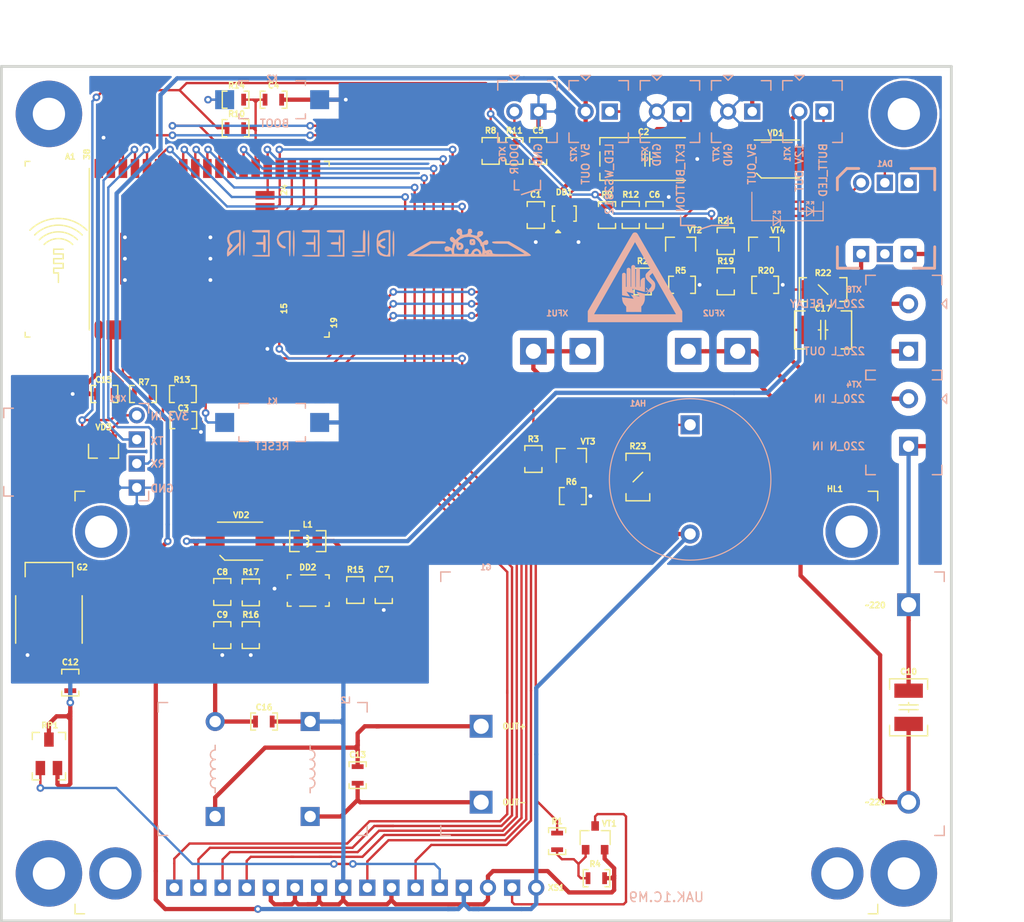
<source format=kicad_pcb>
(kicad_pcb (version 20171130) (host pcbnew "(5.1.2-1)-1")
  (layers (0 F.Cu signal) (31 B.Cu signal) (34 B.Paste user) (35 F.Paste user) (36 B.SilkS user) (37 F.SilkS user) (38 B.Mask user) (39 F.Mask user) (44 Edge.Cuts user))
  (net 0 "")
  (net 1 "Net-(A1-Pad17)")
  (net 2 "Net-(A1-Pad18)")
  (net 3 "Net-(A1-Pad19)")
  (net 4 "Net-(A1-Pad20)")
  (net 5 "Net-(A1-Pad21)")
  (net 6 "Net-(A1-Pad22)")
  (net 7 "Net-(A1-Pad13)")
  (net 8 "Net-(A1-Pad27)")
  (net 9 "Net-(A1-Pad9)")
  (net 10 "Net-(A1-Pad8)")
  (net 11 "Net-(A1-Pad32)")
  (net 12 "Net-(A1-Pad7)")
  (net 13 "Net-(A1-Pad6)")
  (net 14 "Net-(A1-Pad5)")
  (net 15 "Net-(A1-Pad4)")
  (net 16 /220_N)
  (net 17 /220_L)
  (net 18 "Net-(X4-Pad1)")
  (net 19 "Net-(HL1-Pad16)")
  (net 20 "Net-(HL1-Pad3)")
  (net 21 /BOOT_SEL)
  (net 22 /BOOT_UART_RX)
  (net 23 /BOOT_UART_TX)
  (net 24 /EN_RESET)
  (net 25 /3V3)
  (net 26 "Net-(K1-Pad2)")
  (net 27 "Net-(K2-Pad2)")
  (net 28 /MC_OUT_1)
  (net 29 /DOOR_SENSOR)
  (net 30 /BUZZER)
  (net 31 /LCD_DATA_7)
  (net 32 /LCD_DATA_5)
  (net 33 /LCD_E)
  (net 34 /LCD_A0)
  (net 35 /LCD_DATA_4)
  (net 36 /LCD_DATA_6)
  (net 37 /LCD_LED)
  (net 38 /12V)
  (net 39 /5V)
  (net 40 "Net-(HA1-Pad2)")
  (net 41 /DOOR_1)
  (net 42 /D_OUT_1)
  (net 43 "Net-(A1-Pad14)")
  (net 44 /EXT_BUTTON)
  (net 45 /LED_WS2812)
  (net 46 /LED_OUT)
  (net 47 /BUTT_1)
  (net 48 "Net-(R1-Pad1)")
  (net 49 "Net-(R2-Pad1)")
  (net 50 "Net-(R3-Pad1)")
  (net 51 "Net-(VD3-Pad1)")
  (net 52 "Net-(X1-Pad1)")
  (net 53 "Net-(X2-Pad1)")
  (net 54 "Net-(X3-Pad1)")
  (net 55 /MC_220_OUT)
  (net 56 /220_N_OUT)
  (net 57 "Net-(C17-Pad1)")
  (net 58 "Net-(DA1-Pad3)")
  (net 59 "Net-(R19-Pad1)")
  (net 60 "Net-(DA1-Pad2)")
  (net 61 "Net-(DA1-Pad1)")
  (net 62 "Net-(DA1-Pad5)")
  (net 63 /GND)
  (net 64 "Net-(C13-Pad2)")
  (net 65 "Net-(C8-Pad1)")
  (net 66 /SUPPLY_POWER/5V_NOISE)
  (net 67 "Net-(DD2-Pad4)")
  (net 68 "Net-(DD2-Pad1)")
  (net 69 /220_L_FU)
  (net 70 /MOSI)
  (module N_ICO:danger_220 (layer B.Cu) (at 141.7 72.2 180)
    (fp_text reference D2 hide)
    (fp_text value LOGO hide)
  )
  (module N_X:Держатель_5х20 (layer B.Cu) (at 152.5 80 180)
    (fp_text reference XFU2 (at 2.5 4) (layer B.SilkS) (effects (font (size 0.6 0.6)) (justify mirror)))
    (fp_text value Держатель_предохранителя_KLS5-266)
    (pad 1 thru_hole rect (at 5.2 0 180) (size 2.8 2.8) (drill 1.6) (layers *.Cu *.Mask) (net 17 /220_L))
    (pad 1 thru_hole rect (at 0 0 180) (size 2.8 2.8) (drill 1.6) (layers *.Cu *.Mask) (net 17 /220_L))
  )
  (module N_X:Держатель_5х20 (layer B.Cu) (at 131 80)
    (fp_text reference XFU1 (at 2.5 -4) (layer B.SilkS) (effects (font (size 0.6 0.6)) (justify mirror)))
    (fp_text value Держатель_предохранителя_KLS5-266)
    (pad 1 thru_hole rect (at 5.2 0) (size 2.8 2.8) (drill 1.6) (layers *.Cu *.Mask) (net 69 /220_L_FU))
    (pad 1 thru_hole rect (at 0 0) (size 2.8 2.8) (drill 1.6) (layers *.Cu *.Mask) (net 69 /220_L_FU))
  )
  (module N_X:Клеммник_х2_шаг5 (layer B.Cu) (at 170.5 75 270)
    (fp_text reference XT8 (at -1.5 5.75 180) (layer B.SilkS) (effects (font (size 0.6 0.6)) (justify mirror)))
    (fp_text value Клеммник_х2_KLS2-300-5.00-02P-2S)
    (pad 2 thru_hole rect (at 5 0 270) (size 2 2) (drill 1.2) (layers *.Cu *.Mask) (net 69 /220_L_FU))
    (pad 1 thru_hole circle (at 0 0 270) (size 2 2) (drill 1.2) (layers *.Cu *.Mask) (net 56 /220_N_OUT))
  )
  (module N_VD_HL:Диод_SMB (layer F.Cu) (at 102.5 100 180)
    (fp_text reference VD2 (at 2.25 2.75) (layer F.SilkS) (effects (font (size 0.6 0.6))))
    (fp_text value Диод_шоттки_SK16)
    (pad 2 smd rect (at 5 0 270) (size 2.5 2) (layers F.Cu F.Paste F.Mask) (net 38 /12V))
    (pad 1 smd rect (at -0.25 0 270) (size 2.5 2) (layers F.Cu F.Paste F.Mask) (net 68 "Net-(DD2-Pad1)"))
  )
  (module N_RLC:Резистор_SMD_0603_0,065_Вт (layer F.Cu) (at 101.25 104.5 270)
    (fp_text reference R17 (at -1.25 0 180) (layer F.SilkS) (effects (font (size 0.6 0.6))))
    (fp_text value Резистор_0,065Вт)
    (pad 2 smd rect (at 1.75 0 270) (size 0.5 1.25) (layers F.Cu F.Paste F.Mask) (net 65 "Net-(C8-Pad1)") (clearance 0.2))
    (pad 1 smd rect (at 0 0 270) (size 0.5 1.25) (layers F.Cu F.Paste F.Mask) (net 38 /12V) (clearance 0.2))
  )
  (module N_RLC:Резистор_SMD_0603_0,065_Вт (layer F.Cu) (at 101.25 109 270)
    (fp_text reference R16 (at -1.25 0 180) (layer F.SilkS) (effects (font (size 0.6 0.6))))
    (fp_text value Резистор_0,065Вт)
    (pad 2 smd rect (at 1.75 0 270) (size 0.5 1.25) (layers F.Cu F.Paste F.Mask) (net 63 /GND) (clearance 0.2))
    (pad 1 smd rect (at 0 0 270) (size 0.5 1.25) (layers F.Cu F.Paste F.Mask) (net 65 "Net-(C8-Pad1)") (clearance 0.2))
  )
  (module N_RLC:Резистор_SMD_0603_0,065_Вт (layer F.Cu) (at 112.25 104.25 270)
    (fp_text reference R15 (at -1.25 0 180) (layer F.SilkS) (effects (font (size 0.6 0.6))))
    (fp_text value Резистор_0,065Вт)
    (pad 2 smd rect (at 1.75 0 270) (size 0.5 1.25) (layers F.Cu F.Paste F.Mask) (net 67 "Net-(DD2-Pad4)") (clearance 0.2))
    (pad 1 smd rect (at 0 0 270) (size 0.5 1.25) (layers F.Cu F.Paste F.Mask) (net 39 /5V) (clearance 0.2))
  )
  (module N_RLC:Чип-индуктивность_SMD_0805 (layer F.Cu) (at 106.25 100)
    (fp_text reference L1 (at 1 -1.75) (layer F.SilkS) (effects (font (size 0.6 0.6))))
    (fp_text value Чип-индуктивность_10мкГн_0.2А_20проц.)
    (pad 2 smd rect (at 2 0) (size 1 1.5) (layers F.Cu F.Paste F.Mask) (net 39 /5V) (clearance 0.2))
    (pad 1 smd rect (at 0 0) (size 1 1.5) (layers F.Cu F.Paste F.Mask) (net 68 "Net-(DD2-Pad1)") (clearance 0.2))
  )
  (module N_G:Преобразователь_LM2703_SOT-23-5 (layer F.Cu) (at 106 104.25 270)
    (fp_text reference DD2 (at -1.5 -1.25 180) (layer F.SilkS) (effects (font (size 0.6 0.6))))
    (fp_text value Микросхема_DCDC_step_UP_LM2703)
    (pad 5 smd rect (at 0 -2.6) (size 1.1 0.7) (layers F.Cu F.Paste F.Mask) (net 39 /5V))
    (pad 4 smd rect (at 1.9 -2.6) (size 1.1 0.7) (layers F.Cu F.Paste F.Mask) (net 67 "Net-(DD2-Pad4)"))
    (pad 3 smd rect (at 1.9 0) (size 1.1 0.7) (layers F.Cu F.Paste F.Mask) (net 65 "Net-(C8-Pad1)"))
    (pad 2 smd rect (at 0.95 0) (size 1.1 0.7) (layers F.Cu F.Paste F.Mask) (net 63 /GND))
    (pad 1 smd rect (at 0 0) (size 1.1 0.7) (layers F.Cu F.Paste F.Mask) (net 68 "Net-(DD2-Pad1)"))
  )
  (module N_RLC:Конденсатор_SMD_0603 (layer F.Cu) (at 98.25 109 270)
    (fp_text reference C9 (at -1.25 0 180) (layer F.SilkS) (effects (font (size 0.6 0.6))))
    (fp_text value Конденсатор_керамический)
    (pad 2 smd rect (at 1.75 0 270) (size 0.5 1.25) (layers F.Cu F.Paste F.Mask) (net 63 /GND) (clearance 0.2))
    (pad 1 smd rect (at 0 0 270) (size 0.5 1.25) (layers F.Cu F.Paste F.Mask) (net 38 /12V) (clearance 0.2))
  )
  (module N_RLC:Конденсатор_SMD_0603 (layer F.Cu) (at 98.25 106.25 90)
    (fp_text reference C8 (at 3 0 180) (layer F.SilkS) (effects (font (size 0.6 0.6))))
    (fp_text value Конденсатор_керамический)
    (pad 2 smd rect (at 1.75 0 90) (size 0.5 1.25) (layers F.Cu F.Paste F.Mask) (net 38 /12V) (clearance 0.2))
    (pad 1 smd rect (at 0 0 90) (size 0.5 1.25) (layers F.Cu F.Paste F.Mask) (net 65 "Net-(C8-Pad1)") (clearance 0.2))
  )
  (module N_RLC:Конденсатор_SMD_0603 (layer F.Cu) (at 115.25 104.25 270)
    (fp_text reference C7 (at -1.25 0 180) (layer F.SilkS) (effects (font (size 0.6 0.6))))
    (fp_text value Конденсатор_керамический)
    (pad 2 smd rect (at 1.75 0 270) (size 0.5 1.25) (layers F.Cu F.Paste F.Mask) (net 63 /GND) (clearance 0.2))
    (pad 1 smd rect (at 0 0 270) (size 0.5 1.25) (layers F.Cu F.Paste F.Mask) (net 39 /5V) (clearance 0.2))
  )
  (module N_G:AC-DC_IRM-20-12 (layer B.Cu) (at 170.5 127.5 180)
    (fp_text reference G1 (at 44.5 24.75) (layer B.SilkS) (effects (font (size 0.6 0.6)) (justify mirror)))
    (fp_text value AC-DC-преобразователь_IRM-15-5)
    (fp_text user ~~220 (at 3.5 0 180) (layer F.SilkS) (effects (font (size 0.6 0.6))))
    (fp_text user ~~220 (at 3.5 20.75 180) (layer F.SilkS) (effects (font (size 0.6 0.6))))
    (fp_text user OUT- (at 41.5 0) (layer F.SilkS) (effects (font (size 0.6 0.6))))
    (fp_text user OUT+ (at 41.5 8) (layer F.SilkS) (effects (font (size 0.6 0.6))))
    (pad +V thru_hole rect (at 45 8 180) (size 2.4 2.4) (drill 1.6) (layers *.Cu *.Mask) (net 66 /SUPPLY_POWER/5V_NOISE))
    (pad -V thru_hole rect (at 45 0 180) (size 2.4 2.4) (drill 1.6) (layers *.Cu *.Mask) (net 64 "Net-(C13-Pad2)"))
    (pad N thru_hole rect (at 0 20.8 180) (size 2.4 2.4) (drill 1.6) (layers *.Cu *.Mask) (net 16 /220_N))
    (pad L thru_hole circle (at 0 0 180) (size 2.4 2.4) (drill 1.6) (layers *.Cu *.Mask) (net 69 /220_L_FU))
  )
  (module N_VD_HL:Зуммер_HPA17F (layer B.Cu) (at 147.5 93.5 90)
    (fp_text reference HA1 (at 8 -5.5 180) (layer B.SilkS) (effects (font (size 0.6 0.6)) (justify mirror)))
    (fp_text value Излучатель_HPA17F)
    (pad 2 thru_hole rect (at 5.75 0 90) (size 2 2) (drill 1.2) (layers *.Cu *.Mask) (net 40 "Net-(HA1-Pad2)"))
    (pad 1 thru_hole circle (at -5.75 0 90) (size 2 2) (drill 1.2) (layers *.Cu *.Mask) (net 39 /5V))
  )
  (module N_ICO:bleeper_4x33 (layer B.Cu) (at 114.75 68.5 180)
    (fp_text reference D1 hide)
    (fp_text value LOGO hide)
  )
  (module N_RLC:Резистор_SMD_1206-0,25_Вт (layer F.Cu) (at 142 95 90)
    (fp_text reference R23 (at 5 0 180) (layer F.SilkS) (effects (font (size 0.6 0.6))))
    (fp_text value Резистор_0,25Вт)
    (pad 2 smd rect (at 3.5 0 90) (size 1 2) (layers F.Cu F.Paste F.Mask) (net 40 "Net-(HA1-Pad2)"))
    (pad 1 smd rect (at 0 0 90) (size 1 2) (layers F.Cu F.Paste F.Mask) (net 39 /5V))
  )
  (module N_VD_HL:ЖК_MT-16S2H (layer F.Cu) (at 87 135)
    (fp_text reference HL1 (at 75.75 -40.5) (layer F.SilkS) (effects (font (size 0.6 0.6))))
    (fp_text value Жидкокристалический_индикатор_MT-16S2H-2KLW)
    (pad 15 thru_hole oval (at 44.3 1.5) (size 1.7 1.7) (drill 1) (layers *.Cu *.Mask) (net 39 /5V) (clearance 0.2))
    (pad 16 thru_hole rect (at 41.76 1.5) (size 1.7 1.7) (drill 1) (layers *.Cu *.Mask) (net 19 "Net-(HL1-Pad16)") (clearance 0.2))
    (pad 1 thru_hole circle (at 39.22 1.5) (size 1.7 1.7) (drill 1) (layers *.Cu *.Mask) (net 63 /GND) (clearance 0.2))
    (pad 2 thru_hole rect (at 36.68 1.5) (size 1.7 1.7) (drill 1) (layers *.Cu *.Mask) (net 39 /5V) (clearance 0.2))
    (pad 3 thru_hole rect (at 34.14 1.5) (size 1.7 1.7) (drill 1) (layers *.Cu *.Mask) (net 20 "Net-(HL1-Pad3)") (clearance 0.2))
    (pad 4 thru_hole rect (at 31.6 1.5) (size 1.7 1.7) (drill 1) (layers *.Cu *.Mask) (net 34 /LCD_A0) (clearance 0.2))
    (pad 5 thru_hole rect (at 29.06 1.5) (size 1.7 1.7) (drill 1) (layers *.Cu *.Mask) (net 63 /GND) (clearance 0.2))
    (pad 6 thru_hole rect (at 26.52 1.5) (size 1.7 1.7) (drill 1) (layers *.Cu *.Mask) (net 33 /LCD_E) (clearance 0.2))
    (pad 7 thru_hole rect (at 23.98 1.5) (size 1.7 1.7) (drill 1) (layers *.Cu *.Mask) (net 63 /GND) (clearance 0.2))
    (pad 8 thru_hole rect (at 21.44 1.5) (size 1.7 1.7) (drill 1) (layers *.Cu *.Mask) (net 63 /GND) (clearance 0.2))
    (pad 9 thru_hole rect (at 18.9 1.5) (size 1.7 1.7) (drill 1) (layers *.Cu *.Mask) (net 63 /GND) (clearance 0.2))
    (pad 10 thru_hole rect (at 16.36 1.5) (size 1.7 1.7) (drill 1) (layers *.Cu *.Mask) (net 63 /GND) (clearance 0.2))
    (pad 11 thru_hole rect (at 13.82 1.5) (size 1.7 1.7) (drill 1) (layers *.Cu *.Mask) (net 35 /LCD_DATA_4) (clearance 0.2))
    (pad 12 thru_hole rect (at 11.28 1.5) (size 1.7 1.7) (drill 1) (layers *.Cu *.Mask) (net 32 /LCD_DATA_5) (clearance 0.2))
    (pad 13 thru_hole rect (at 8.74 1.5) (size 1.7 1.7) (drill 1) (layers *.Cu *.Mask) (net 36 /LCD_DATA_6) (clearance 0.2))
    (pad 14 thru_hole rect (at 6.2 1.5) (size 1.7 1.7) (drill 1) (layers *.Cu *.Mask) (net 31 /LCD_DATA_7) (clearance 0.2))
    (pad 0 thru_hole circle (at -1.5 -36) (size 5.5 5.5) (drill 3.4) (layers *.Cu *.Mask) (clearance 0.2))
    (pad 0 thru_hole circle (at 77.5 -36) (size 5.5 5.5) (drill 3.4) (layers *.Cu *.Mask) (clearance 0.2))
    (pad 0 thru_hole circle (at 76 0) (size 5.5 5.5) (drill 3.4) (layers *.Cu *.Mask) (clearance 0.2))
    (pad 0 thru_hole circle (at 0 0) (size 5.5 5.5) (drill 3.4) (layers *.Cu *.Mask) (clearance 0.2))
  )
  (module N_DD:DIP6 (layer B.Cu) (at 165.5 62.25 270)
    (fp_text reference DA1 (at -2 -2.5 180) (layer B.SilkS) (effects (font (size 0.6 0.6)) (justify mirror)))
    (fp_text value МОП-реле_КР293КП1Б)
    (pad 1 thru_hole circle (at 0 0 270) (size 1.7 1.7) (drill 1) (layers *.Cu *.Paste *.Mask) (net 61 "Net-(DA1-Pad1)"))
    (pad 2 thru_hole rect (at 0 -2.5 270) (size 1.7 1.7) (drill 1) (layers *.Cu *.Paste *.Mask) (net 60 "Net-(DA1-Pad2)"))
    (pad 3 thru_hole rect (at 0 -5 270) (size 1.7 1.7) (drill 1) (layers *.Cu *.Paste *.Mask) (net 58 "Net-(DA1-Pad3)"))
    (pad 4 thru_hole rect (at 7.5 -5 270) (size 1.7 1.7) (drill 1) (layers *.Cu *.Paste *.Mask) (net 16 /220_N))
    (pad 5 thru_hole rect (at 7.5 -2.5 270) (size 1.7 1.7) (drill 1) (layers *.Cu *.Paste *.Mask) (net 62 "Net-(DA1-Pad5)"))
    (pad 6 thru_hole rect (at 7.5 0 270) (size 1.7 1.7) (drill 1) (layers *.Cu *.Paste *.Mask) (net 56 /220_N_OUT))
  )
  (module MOTOR_VD_VT_HL:Корпус_КТ-46 (layer F.Cu) (at 155.25 68.75 90)
    (fp_text reference VT4 (at 1.5 1.5 180) (layer F.SilkS) (effects (font (size 0.6 0.6))))
    (fp_text value Транзистор_полевой_N-канальный_IRLML6344TR)
    (pad 3 smd rect (at 1.25 0 90) (size 1 0.8) (layers F.Cu F.Paste F.Mask) (net 61 "Net-(DA1-Pad1)"))
    (pad 2 smd rect (at -1.25 1 90) (size 1 0.8) (layers F.Cu F.Paste F.Mask) (net 63 /GND))
    (pad 1 smd rect (at -1.25 -1 90) (size 1 0.8) (layers F.Cu F.Paste F.Mask) (net 59 "Net-(R19-Pad1)"))
  )
  (module N_RLC:Резистор_SMD_1206-0,25_Вт (layer F.Cu) (at 163.25 73.5 180)
    (fp_text reference R22 (at 1.75 1.75) (layer F.SilkS) (effects (font (size 0.6 0.6))))
    (fp_text value Резистор_0,25Вт)
    (pad 2 smd rect (at 3.5 0 180) (size 1 2) (layers F.Cu F.Paste F.Mask) (net 57 "Net-(C17-Pad1)"))
    (pad 1 smd rect (at 0 0 180) (size 1 2) (layers F.Cu F.Paste F.Mask) (net 56 /220_N_OUT))
  )
  (module N_RLC:Резистор_SMD_0603_0,065_Вт (layer F.Cu) (at 151.25 67.5 270)
    (fp_text reference R21 (at -1.25 0 180) (layer F.SilkS) (effects (font (size 0.6 0.6))))
    (fp_text value Резистор_0,065Вт)
    (pad 2 smd rect (at 1.75 0 270) (size 0.5 1.25) (layers F.Cu F.Paste F.Mask) (net 25 /3V3) (clearance 0.2))
    (pad 1 smd rect (at 0 0 270) (size 0.5 1.25) (layers F.Cu F.Paste F.Mask) (net 60 "Net-(DA1-Pad2)") (clearance 0.2))
  )
  (module N_RLC:Резистор_SMD_0603_0,065_Вт (layer F.Cu) (at 154.5 73)
    (fp_text reference R20 (at 1 -1.5) (layer F.SilkS) (effects (font (size 0.6 0.6))))
    (fp_text value Резистор_0,065Вт)
    (pad 2 smd rect (at 1.75 0) (size 0.5 1.25) (layers F.Cu F.Paste F.Mask) (net 63 /GND) (clearance 0.2))
    (pad 1 smd rect (at 0 0) (size 0.5 1.25) (layers F.Cu F.Paste F.Mask) (net 59 "Net-(R19-Pad1)") (clearance 0.2))
  )
  (module N_RLC:Резистор_SMD_0603_0,065_Вт (layer F.Cu) (at 151.25 71.75 270)
    (fp_text reference R19 (at -1.25 0 180) (layer F.SilkS) (effects (font (size 0.6 0.6))))
    (fp_text value Резистор_0,065Вт)
    (pad 2 smd rect (at 1.75 0 270) (size 0.5 1.25) (layers F.Cu F.Paste F.Mask) (net 55 /MC_220_OUT) (clearance 0.2))
    (pad 1 smd rect (at 0 0 270) (size 0.5 1.25) (layers F.Cu F.Paste F.Mask) (net 59 "Net-(R19-Pad1)") (clearance 0.2))
  )
  (module N_RLC:Конденсатор_SMD_1210 (layer F.Cu) (at 159.75 77.75)
    (fp_text reference C17 (at 1.75 -2.25 180) (layer F.SilkS) (effects (font (size 0.6 0.6))))
    (fp_text value Конденсатор_керамический)
    (pad 2 smd rect (at 3.5 0) (size 1.5 3) (layers F.Cu F.Paste F.Mask) (net 69 /220_L_FU) (clearance 0.2))
    (pad 1 smd rect (at 0 0) (size 1.5 3) (layers F.Cu F.Paste F.Mask) (net 57 "Net-(C17-Pad1)") (clearance 0.2))
  )
  (module N_X:Клеммник_х2_шаг2.54 (layer B.Cu) (at 151.5 54.75)
    (fp_text reference XT7 (at -1.25 4.5 90) (layer B.SilkS) (effects (font (size 0.6 0.6)) (justify mirror)))
    (fp_text value Клеммник_х2_308-021-14)
    (pad 2 thru_hole rect (at 2.54 0) (size 1.7 1.7) (drill 1) (layers *.Cu *.Mask) (net 39 /5V))
    (pad 1 thru_hole circle (at 0 0) (size 1.7 1.7) (drill 1) (layers *.Cu *.Mask) (net 63 /GND))
  )
  (module N_X:Клеммник_х2_шаг2.54 (layer B.Cu) (at 144 54.75)
    (fp_text reference XT3 (at -1.25 4.5 90) (layer B.SilkS) (effects (font (size 0.6 0.6)) (justify mirror)))
    (fp_text value Клеммник_х2_308-021-14)
    (pad 2 thru_hole rect (at 2.54 0) (size 1.7 1.7) (drill 1) (layers *.Cu *.Mask) (net 47 /BUTT_1))
    (pad 1 thru_hole circle (at 0 0) (size 1.7 1.7) (drill 1) (layers *.Cu *.Mask) (net 63 /GND))
  )
  (module N_X:Клеммник_х2_шаг2.54 (layer B.Cu) (at 136.5 54.75)
    (fp_text reference XT2 (at -1.25 4.5 90) (layer B.SilkS) (effects (font (size 0.6 0.6)) (justify mirror)))
    (fp_text value Клеммник_х2_308-021-14)
    (pad 2 thru_hole rect (at 2.54 0) (size 1.7 1.7) (drill 1) (layers *.Cu *.Mask) (net 46 /LED_OUT))
    (pad 1 thru_hole circle (at 0 0) (size 1.7 1.7) (drill 1) (layers *.Cu *.Mask) (net 39 /5V))
  )
  (module N_RLC:Резистор_SMD_0603_0,065_Вт (layer F.Cu) (at 141.25 64.75 270)
    (fp_text reference R12 (at -1.25 0 180) (layer F.SilkS) (effects (font (size 0.6 0.6))))
    (fp_text value Резистор_0,065Вт)
    (pad 2 smd rect (at 1.75 0 270) (size 0.5 1.25) (layers F.Cu F.Paste F.Mask) (net 44 /EXT_BUTTON) (clearance 0.2))
    (pad 1 smd rect (at 0 0 270) (size 0.5 1.25) (layers F.Cu F.Paste F.Mask) (net 47 /BUTT_1) (clearance 0.2))
  )
  (module N_RLC:Резистор_SMD_0603_0,065_Вт (layer F.Cu) (at 138.75 64.75 270)
    (fp_text reference R9 (at -1.25 0 180) (layer F.SilkS) (effects (font (size 0.6 0.6))))
    (fp_text value Резистор_0,065Вт)
    (pad 2 smd rect (at 1.75 0 270) (size 0.5 1.25) (layers F.Cu F.Paste F.Mask) (net 44 /EXT_BUTTON) (clearance 0.2))
    (pad 1 smd rect (at 0 0 270) (size 0.5 1.25) (layers F.Cu F.Paste F.Mask) (net 25 /3V3) (clearance 0.2))
  )
  (module N_DD:SC-70-5 (layer F.Cu) (at 134.25 65.5 90)
    (fp_text reference DD1 (at 2.25 0 180) (layer F.SilkS) (effects (font (size 0.6 0.6))))
    (fp_text value Повторитель_M74VHC1GT125)
    (pad 4 smd rect (at 1.15 0.65 90) (size 0.8 0.4) (layers F.Cu F.Paste F.Mask) (net 46 /LED_OUT))
    (pad 3 smd rect (at -1.15 0.65 90) (size 0.8 0.4) (layers F.Cu F.Paste F.Mask) (net 63 /GND))
    (pad 2 smd rect (at -1.15 0 90) (size 0.8 0.4) (layers F.Cu F.Paste F.Mask) (net 45 /LED_WS2812))
    (pad 5 smd rect (at 1.15 -0.65 90) (size 0.8 0.4) (layers F.Cu F.Paste F.Mask) (net 39 /5V))
    (pad 1 smd rect (at -1.15 -0.65 90) (size 0.8 0.4) (layers F.Cu F.Paste F.Mask) (net 63 /GND))
  )
  (module N_RLC:Конденсатор_SMD_0603 (layer F.Cu) (at 143.75 64.75 270)
    (fp_text reference C6 (at -1.25 0 180) (layer F.SilkS) (effects (font (size 0.6 0.6))))
    (fp_text value Конденсатор_керамический)
    (pad 2 smd rect (at 1.75 0 270) (size 0.5 1.25) (layers F.Cu F.Paste F.Mask) (net 44 /EXT_BUTTON) (clearance 0.2))
    (pad 1 smd rect (at 0 0 270) (size 0.5 1.25) (layers F.Cu F.Paste F.Mask) (net 63 /GND) (clearance 0.2))
  )
  (module MOTOR_RLC:Конденсатор_тантал_SMD_m7343 (layer F.Cu) (at 139.25 59.75)
    (fp_text reference C2 (at 3.349999 -2.850001) (layer F.SilkS) (effects (font (size 0.6 0.6))))
    (fp_text value Конденсатор_К53-56А-32В-22_мкФ+-10проц.)
    (pad 2 smd rect (at 7.25 0) (size 1.5 3.5) (layers F.Cu F.Paste F.Mask) (net 63 /GND))
    (pad 1 smd rect (at 0 0) (size 1.5 3.5) (layers F.Cu F.Paste F.Mask) (net 39 /5V))
  )
  (module N_RLC:Конденсатор_SMD_0603 (layer F.Cu) (at 131.25 64.75 270)
    (fp_text reference C1 (at -1.25 0 180) (layer F.SilkS) (effects (font (size 0.6 0.6))))
    (fp_text value Конденсатор_керамический)
    (pad 2 smd rect (at 1.75 0 270) (size 0.5 1.25) (layers F.Cu F.Paste F.Mask) (net 63 /GND) (clearance 0.2))
    (pad 1 smd rect (at 0 0 270) (size 0.5 1.25) (layers F.Cu F.Paste F.Mask) (net 39 /5V) (clearance 0.2))
  )
  (module N_X:Клеммник_х2_шаг2.54 (layer B.Cu) (at 129 54.75)
    (fp_text reference XT6 (at -1.25 4.5 90) (layer B.SilkS) (effects (font (size 0.6 0.6)) (justify mirror)))
    (fp_text value Клеммник_х2_308-021-14)
    (pad 2 thru_hole rect (at 2.54 0) (size 1.7 1.7) (drill 1) (layers *.Cu *.Mask) (net 63 /GND))
    (pad 1 thru_hole circle (at 0 0) (size 1.7 1.7) (drill 1) (layers *.Cu *.Mask) (net 41 /DOOR_1))
  )
  (module N_X:Клеммник_х2_шаг2.54 (layer B.Cu) (at 159 54.75)
    (fp_text reference XT1 (at -1.25 4.5 90) (layer B.SilkS) (effects (font (size 0.6 0.6)) (justify mirror)))
    (fp_text value Клеммник_х2_308-021-14)
    (pad 2 thru_hole rect (at 2.54 0) (size 1.7 1.7) (drill 1) (layers *.Cu *.Mask) (net 42 /D_OUT_1))
    (pad 1 thru_hole circle (at 0 0) (size 1.7 1.7) (drill 1) (layers *.Cu *.Mask) (net 38 /12V))
  )
  (module MOTOR_VD_VT_HL:Корпус_КТ-46 (layer F.Cu) (at 135 91 90)
    (fp_text reference VT3 (at 1.5 1.75 180) (layer F.SilkS) (effects (font (size 0.6 0.6))))
    (fp_text value Транзистор_полевой_N-канальный_IRLML6344TR)
    (pad 3 smd rect (at 1.25 0 90) (size 1 0.8) (layers F.Cu F.Paste F.Mask) (net 40 "Net-(HA1-Pad2)"))
    (pad 2 smd rect (at -1.25 1 90) (size 1 0.8) (layers F.Cu F.Paste F.Mask) (net 63 /GND))
    (pad 1 smd rect (at -1.25 -1 90) (size 1 0.8) (layers F.Cu F.Paste F.Mask) (net 50 "Net-(R3-Pad1)"))
  )
  (module MOTOR_VD_VT_HL:Корпус_КТ-46 (layer F.Cu) (at 146.5 68.75 90)
    (fp_text reference VT2 (at 1.5 1.5 180) (layer F.SilkS) (effects (font (size 0.6 0.6))))
    (fp_text value Транзистор_полевой_N-канальный_IRLML6344TR)
    (pad 3 smd rect (at 1.25 0 90) (size 1 0.8) (layers F.Cu F.Paste F.Mask) (net 42 /D_OUT_1))
    (pad 2 smd rect (at -1.25 1 90) (size 1 0.8) (layers F.Cu F.Paste F.Mask) (net 63 /GND))
    (pad 1 smd rect (at -1.25 -1 90) (size 1 0.8) (layers F.Cu F.Paste F.Mask) (net 49 "Net-(R2-Pad1)"))
  )
  (module MOTOR_VD_VT_HL:Корпус_КТ-46 (layer F.Cu) (at 137.5 131.25 90)
    (fp_text reference VT1 (at 1.5 1.5 180) (layer F.SilkS) (effects (font (size 0.6 0.6))))
    (fp_text value Транзистор_полевой_N-канальный_IRLML6344TR)
    (pad 3 smd rect (at 1.25 0 90) (size 1 0.8) (layers F.Cu F.Paste F.Mask) (net 19 "Net-(HL1-Pad16)"))
    (pad 2 smd rect (at -1.25 1 90) (size 1 0.8) (layers F.Cu F.Paste F.Mask) (net 63 /GND))
    (pad 1 smd rect (at -1.25 -1 90) (size 1 0.8) (layers F.Cu F.Paste F.Mask) (net 48 "Net-(R1-Pad1)"))
  )
  (module N_VD_HL:Диод_SMB (layer F.Cu) (at 159 59.75 180)
    (fp_text reference VD1 (at 2.5 2.75) (layer F.SilkS) (effects (font (size 0.6 0.6))))
    (fp_text value Диод_шоттки_SK16)
    (pad 2 smd rect (at 5 0 270) (size 2.5 2) (layers F.Cu F.Paste F.Mask) (net 38 /12V))
    (pad 1 smd rect (at -0.25 0 270) (size 2.5 2) (layers F.Cu F.Paste F.Mask) (net 42 /D_OUT_1))
  )
  (module MOTOR_IMPORT_OTK:резистор_подстроечный_PVZ3A334 (layer F.Cu) (at 80 122.4)
    (fp_text reference RP1 (at 0.1 -3) (layer F.SilkS) (effects (font (size 0.6 0.6))))
    (fp_text value Резистор_подстроечный_PVA3A103)
    (pad 2 smd rect (at 0 -1.5) (size 1 1.5) (layers F.Cu F.Paste F.Mask) (net 63 /GND))
    (pad 1 smd rect (at -0.9 1.5) (size 1 1.5) (layers F.Cu F.Paste F.Mask) (net 20 "Net-(HL1-Pad3)"))
    (pad 3 smd rect (at 0.9 1.5) (size 1 1.5) (layers F.Cu F.Paste F.Mask) (net 63 /GND))
  )
  (module N_RLC:Резистор_SMD_0603_0,065_Вт (layer F.Cu) (at 129 58 270)
    (fp_text reference R11 (at -1.25 0 180) (layer F.SilkS) (effects (font (size 0.6 0.6))))
    (fp_text value Резистор_0,065Вт)
    (pad 2 smd rect (at 1.75 0 270) (size 0.5 1.25) (layers F.Cu F.Paste F.Mask) (net 29 /DOOR_SENSOR) (clearance 0.2))
    (pad 1 smd rect (at 0 0 270) (size 0.5 1.25) (layers F.Cu F.Paste F.Mask) (net 41 /DOOR_1) (clearance 0.2))
  )
  (module N_RLC:Резистор_SMD_0603_0,065_Вт (layer F.Cu) (at 126.5 58 270)
    (fp_text reference R8 (at -1.25 0 180) (layer F.SilkS) (effects (font (size 0.6 0.6))))
    (fp_text value Резистор_0,065Вт)
    (pad 2 smd rect (at 1.75 0 270) (size 0.5 1.25) (layers F.Cu F.Paste F.Mask) (net 29 /DOOR_SENSOR) (clearance 0.2))
    (pad 1 smd rect (at 0 0 270) (size 0.5 1.25) (layers F.Cu F.Paste F.Mask) (net 25 /3V3) (clearance 0.2))
  )
  (module N_RLC:Резистор_SMD_0603_0,065_Вт (layer F.Cu) (at 134.25 95.25)
    (fp_text reference R6 (at 0.75 -1.5) (layer F.SilkS) (effects (font (size 0.6 0.6))))
    (fp_text value Резистор_0,065Вт)
    (pad 2 smd rect (at 1.75 0) (size 0.5 1.25) (layers F.Cu F.Paste F.Mask) (net 63 /GND) (clearance 0.2))
    (pad 1 smd rect (at 0 0) (size 0.5 1.25) (layers F.Cu F.Paste F.Mask) (net 50 "Net-(R3-Pad1)") (clearance 0.2))
  )
  (module N_RLC:Резистор_SMD_0603_0,065_Вт (layer F.Cu) (at 145.75 73)
    (fp_text reference R5 (at 0.75 -1.5) (layer F.SilkS) (effects (font (size 0.6 0.6))))
    (fp_text value Резистор_0,065Вт)
    (pad 2 smd rect (at 1.75 0) (size 0.5 1.25) (layers F.Cu F.Paste F.Mask) (net 63 /GND) (clearance 0.2))
    (pad 1 smd rect (at 0 0) (size 0.5 1.25) (layers F.Cu F.Paste F.Mask) (net 49 "Net-(R2-Pad1)") (clearance 0.2))
  )
  (module N_RLC:Резистор_SMD_0603_0,065_Вт (layer F.Cu) (at 136.75 135.5)
    (fp_text reference R4 (at 0.75 -1.5) (layer F.SilkS) (effects (font (size 0.6 0.6))))
    (fp_text value Резистор_0,065Вт)
    (pad 2 smd rect (at 1.75 0) (size 0.5 1.25) (layers F.Cu F.Paste F.Mask) (net 63 /GND) (clearance 0.2))
    (pad 1 smd rect (at 0 0) (size 0.5 1.25) (layers F.Cu F.Paste F.Mask) (net 48 "Net-(R1-Pad1)") (clearance 0.2))
  )
  (module N_RLC:Резистор_SMD_0603_0,065_Вт (layer F.Cu) (at 131 92.25 90)
    (fp_text reference R3 (at 3 0 180) (layer F.SilkS) (effects (font (size 0.6 0.6))))
    (fp_text value Резистор_0,065Вт)
    (pad 2 smd rect (at 1.75 0 90) (size 0.5 1.25) (layers F.Cu F.Paste F.Mask) (net 30 /BUZZER) (clearance 0.2))
    (pad 1 smd rect (at 0 0 90) (size 0.5 1.25) (layers F.Cu F.Paste F.Mask) (net 50 "Net-(R3-Pad1)") (clearance 0.2))
  )
  (module N_RLC:Резистор_SMD_0603_0,065_Вт (layer F.Cu) (at 142.5 71.75 270)
    (fp_text reference R2 (at -1.25 0 180) (layer F.SilkS) (effects (font (size 0.6 0.6))))
    (fp_text value Резистор_0,065Вт)
    (pad 2 smd rect (at 1.75 0 270) (size 0.5 1.25) (layers F.Cu F.Paste F.Mask) (net 28 /MC_OUT_1) (clearance 0.2))
    (pad 1 smd rect (at 0 0 270) (size 0.5 1.25) (layers F.Cu F.Paste F.Mask) (net 49 "Net-(R2-Pad1)") (clearance 0.2))
  )
  (module N_RLC:Резистор_SMD_0603_0,065_Вт (layer F.Cu) (at 133.5 132.5 90)
    (fp_text reference R1 (at 3 0 180) (layer F.SilkS) (effects (font (size 0.6 0.6))))
    (fp_text value Резистор_0,065Вт)
    (pad 2 smd rect (at 1.75 0 90) (size 0.5 1.25) (layers F.Cu F.Paste F.Mask) (net 37 /LCD_LED) (clearance 0.2))
    (pad 1 smd rect (at 0 0 90) (size 0.5 1.25) (layers F.Cu F.Paste F.Mask) (net 48 "Net-(R1-Pad1)") (clearance 0.2))
  )
  (module N_RLC:Конденсатор_SMD_0603 (layer F.Cu) (at 131.5 58 270)
    (fp_text reference C5 (at -1.25 0 180) (layer F.SilkS) (effects (font (size 0.6 0.6))))
    (fp_text value Конденсатор_керамический)
    (pad 2 smd rect (at 1.75 0 270) (size 0.5 1.25) (layers F.Cu F.Paste F.Mask) (net 29 /DOOR_SENSOR) (clearance 0.2))
    (pad 1 smd rect (at 0 0 270) (size 0.5 1.25) (layers F.Cu F.Paste F.Mask) (net 63 /GND) (clearance 0.2))
  )
  (module N_RLC:Конденсатор_SMD_0603 (layer F.Cu) (at 102.75 53.5)
    (fp_text reference C4 (at 0.9 -1.5) (layer F.SilkS) (effects (font (size 0.6 0.6))))
    (fp_text value Конденсатор_керамический)
    (pad 2 smd rect (at 1.75 0) (size 0.5 1.25) (layers F.Cu F.Paste F.Mask) (net 63 /GND) (clearance 0.2))
    (pad 1 smd rect (at 0 0) (size 0.5 1.25) (layers F.Cu F.Paste F.Mask) (net 21 /BOOT_SEL) (clearance 0.2))
  )
  (module N_RLC:Конденсатор_SMD_0603 (layer F.Cu) (at 93.25 87.25)
    (fp_text reference C3 (at 0.9 -1.25) (layer F.SilkS) (effects (font (size 0.6 0.6))))
    (fp_text value Конденсатор_керамический)
    (pad 2 smd rect (at 1.75 0) (size 0.5 1.25) (layers F.Cu F.Paste F.Mask) (net 63 /GND) (clearance 0.2))
    (pad 1 smd rect (at 0 0) (size 0.5 1.25) (layers F.Cu F.Paste F.Mask) (net 24 /EN_RESET) (clearance 0.2))
  )
  (module MOTOR_X:Вилка_СНП389-4ВП32-1-1 (layer B.Cu) (at 89.25 86.75 270)
    (fp_text reference XP1 (at -1.75 2) (layer B.SilkS) (effects (font (size 0.6 0.6)) (justify mirror)))
    (fp_text value Вилка_WF-4R)
    (pad 4 thru_hole rect (at 7.62 0 270) (size 1.7 1.7) (drill 1) (layers *.Cu *.Mask) (net 63 /GND))
    (pad 3 thru_hole rect (at 5.08 0 270) (size 1.7 1.7) (drill 1) (layers *.Cu *.Mask) (net 22 /BOOT_UART_RX))
    (pad 2 thru_hole rect (at 2.54 0 270) (size 1.7 1.7) (drill 1) (layers *.Cu *.Mask) (net 23 /BOOT_UART_TX))
    (pad 1 thru_hole circle (at 0 0 270) (size 1.7 1.7) (drill 1) (layers *.Cu *.Mask) (net 51 "Net-(VD3-Pad1)"))
  )
  (module MOTOR_VD_VT_HL:Корпус_КТ-46 (layer F.Cu) (at 85.75 90.5 270)
    (fp_text reference VD3 (at -2.5 0 180) (layer F.SilkS) (effects (font (size 0.6 0.6))))
    (fp_text value Набор_диодов_BAR43CFILM)
    (pad 3 smd rect (at 1.25 0 270) (size 1 0.8) (layers F.Cu F.Paste F.Mask) (net 25 /3V3))
    (pad 2 smd rect (at -1.25 1 270) (size 1 0.8) (layers F.Cu F.Paste F.Mask) (net 51 "Net-(VD3-Pad1)"))
    (pad 1 smd rect (at -1.25 -1 270) (size 1 0.8) (layers F.Cu F.Paste F.Mask) (net 51 "Net-(VD3-Pad1)"))
  )
  (module N_RLC:Резистор_SMD_0603_0,065_Вт (layer F.Cu) (at 98.75 53.5)
    (fp_text reference R14 (at 1 -1.5) (layer F.SilkS) (effects (font (size 0.6 0.6))))
    (fp_text value Резистор_0,065Вт)
    (pad 2 smd rect (at 1.75 0) (size 0.5 1.25) (layers F.Cu F.Paste F.Mask) (net 21 /BOOT_SEL) (clearance 0.2))
    (pad 1 smd rect (at 0 0) (size 0.5 1.25) (layers F.Cu F.Paste F.Mask) (net 27 "Net-(K2-Pad2)") (clearance 0.2))
  )
  (module N_RLC:Резистор_SMD_0603_0,065_Вт (layer F.Cu) (at 95 84.5 180)
    (fp_text reference R13 (at 1 1.5) (layer F.SilkS) (effects (font (size 0.6 0.6))))
    (fp_text value Резистор_0,065Вт)
    (pad 2 smd rect (at 1.75 0 180) (size 0.5 1.25) (layers F.Cu F.Paste F.Mask) (net 24 /EN_RESET) (clearance 0.2))
    (pad 1 smd rect (at 0 0 180) (size 0.5 1.25) (layers F.Cu F.Paste F.Mask) (net 26 "Net-(K1-Pad2)") (clearance 0.2))
  )
  (module N_RLC:Резистор_SMD_0603_0,065_Вт (layer F.Cu) (at 98.75 56.5)
    (fp_text reference R10 (at 1 -1.5) (layer F.SilkS) (effects (font (size 0.6 0.6))))
    (fp_text value Резистор_0,065Вт)
    (pad 2 smd rect (at 1.75 0) (size 0.5 1.25) (layers F.Cu F.Paste F.Mask) (net 21 /BOOT_SEL) (clearance 0.2))
    (pad 1 smd rect (at 0 0) (size 0.5 1.25) (layers F.Cu F.Paste F.Mask) (net 25 /3V3) (clearance 0.2))
  )
  (module N_RLC:Резистор_SMD_0603_0,065_Вт (layer F.Cu) (at 89 84.5)
    (fp_text reference R7 (at 1 -1.25) (layer F.SilkS) (effects (font (size 0.6 0.6))))
    (fp_text value Резистор_0,065Вт)
    (pad 2 smd rect (at 1.75 0) (size 0.5 1.25) (layers F.Cu F.Paste F.Mask) (net 24 /EN_RESET) (clearance 0.2))
    (pad 1 smd rect (at 0 0) (size 0.5 1.25) (layers F.Cu F.Paste F.Mask) (net 25 /3V3) (clearance 0.2))
  )
  (module N_X:Кнопка_FSMSM (layer B.Cu) (at 108.5 53.5 180)
    (fp_text reference K2 (at 5 2.25) (layer B.SilkS) (effects (font (size 0.6 0.6)) (justify mirror)))
    (fp_text value Кнопка_FSMSM)
    (pad 2 smd rect (at 10 0 180) (size 2 2) (layers B.Cu B.Paste B.Mask) (net 27 "Net-(K2-Pad2)"))
    (pad 1 smd rect (at 0 0 180) (size 2 2) (layers B.Cu B.Paste B.Mask) (net 63 /GND))
  )
  (module N_X:Кнопка_FSMSM (layer B.Cu) (at 108.5 87.5 180)
    (fp_text reference K1 (at 5 2.25) (layer B.SilkS) (effects (font (size 0.6 0.6)) (justify mirror)))
    (fp_text value Кнопка_FSMSM)
    (pad 2 smd rect (at 10 0 180) (size 2 2) (layers B.Cu B.Paste B.Mask) (net 26 "Net-(K1-Pad2)"))
    (pad 1 smd rect (at 0 0 180) (size 2 2) (layers B.Cu B.Paste B.Mask) (net 63 /GND))
  )
  (module MOTOR_ICO:Крепежное_Отверстие_под_М3 (layer F.Cu) (at 80 135)
    (fp_text reference X4 hide)
    (fp_text value Крепежное_отверстие_М3 hide)
    (pad 1 thru_hole circle (at 0 0) (size 7 7) (drill 3.4) (layers *.Cu *.Mask) (net 18 "Net-(X4-Pad1)"))
  )
  (module MOTOR_ICO:Крепежное_Отверстие_под_М3 (layer F.Cu) (at 170 55)
    (fp_text reference X2 hide)
    (fp_text value Крепежное_отверстие_М3 hide)
    (pad 1 thru_hole circle (at 0 0) (size 7 7) (drill 3.4) (layers *.Cu *.Mask) (net 53 "Net-(X2-Pad1)"))
  )
  (module MOTOR_ICO:Крепежное_Отверстие_под_М3 (layer F.Cu) (at 170 135)
    (fp_text reference X3 hide)
    (fp_text value Крепежное_отверстие_М3 hide)
    (pad 1 thru_hole circle (at 0 0) (size 7 7) (drill 3.4) (layers *.Cu *.Mask) (net 54 "Net-(X3-Pad1)"))
  )
  (module MOTOR_ICO:Крепежное_Отверстие_под_М3 (layer F.Cu) (at 80 55)
    (fp_text reference X1 hide)
    (fp_text value Крепежное_отверстие_М3 hide)
    (pad 1 thru_hole circle (at 0 0) (size 7 7) (drill 3.4) (layers *.Cu *.Mask) (net 52 "Net-(X1-Pad1)"))
  )
  (module N_X:Клеммник_х2_шаг5 (layer B.Cu) (at 170.5 85 270)
    (fp_text reference XT4 (at -1.5 5.75 180) (layer B.SilkS) (effects (font (size 0.6 0.6)) (justify mirror)))
    (fp_text value Клеммник_х2_KLS2-300-5.00-02P-2S)
    (pad 2 thru_hole rect (at 5 0 270) (size 2 2) (drill 1.2) (layers *.Cu *.Mask) (net 16 /220_N))
    (pad 1 thru_hole circle (at 0 0 270) (size 2 2) (drill 1.2) (layers *.Cu *.Mask) (net 17 /220_L))
  )
  (module N_RLC:Дроссель_B82731 (layer B.Cu) (at 97.5 119)
    (fp_text reference L2 (at 13.75 -2.25) (layer B.SilkS) (effects (font (size 0.6 0.6)) (justify mirror)))
    (fp_text value Дроссель_B82731-T2132-A20_2х6.8мГн_1.3А_250В)
    (pad 1 thru_hole circle (at 0 0) (size 2 2) (drill 1.2) (layers *.Cu *.Mask) (net 39 /5V))
    (pad 3 thru_hole rect (at 10 0) (size 2 2) (drill 1.2) (layers *.Cu *.Mask) (net 63 /GND))
    (pad 4 thru_hole rect (at 10 10) (size 2 2) (drill 1.2) (layers *.Cu *.Mask) (net 64 "Net-(C13-Pad2)"))
    (pad 6 thru_hole rect (at 0 10) (size 2 2) (drill 1.2) (layers *.Cu *.Mask) (net 66 /SUPPLY_POWER/5V_NOISE))
  )
  (module N_VD_HL:Транзистор_NPN_SOT223 (layer F.Cu) (at 80 106.25)
    (fp_text reference G2 (at 3.5 -3.5) (layer F.SilkS) (effects (font (size 0.6 0.6))))
    (fp_text value стабилизатор_нерегулируемый_LM1117GS-3.3)
    (pad 4 smd rect (at 0 -2.5) (size 4 2) (layers F.Cu F.Paste F.Mask) (clearance 0.2))
    (pad 2 smd rect (at 0 3.75) (size 1.5 2) (layers F.Cu F.Paste F.Mask) (net 25 /3V3) (clearance 0.2))
    (pad 1 smd rect (at -2.25 3.75) (size 1.5 2) (layers F.Cu F.Paste F.Mask) (net 63 /GND) (clearance 0.2))
    (pad 3 smd rect (at 2.25 3.75) (size 1.5 2) (layers F.Cu F.Paste F.Mask) (net 39 /5V) (clearance 0.2))
  )
  (module N_RLC:Конденсатор_SMD_0603 (layer F.Cu) (at 86.75 84.5 180)
    (fp_text reference C15 (at 1 1.5) (layer F.SilkS) (effects (font (size 0.6 0.6))))
    (fp_text value Конденсатор_керамический)
    (pad 2 smd rect (at 1.75 0 180) (size 0.5 1.25) (layers F.Cu F.Paste F.Mask) (net 63 /GND) (clearance 0.2))
    (pad 1 smd rect (at 0 0 180) (size 0.5 1.25) (layers F.Cu F.Paste F.Mask) (net 25 /3V3) (clearance 0.2))
  )
  (module N_RLC:Конденсатор_SMD_0603 (layer F.Cu) (at 101.75 119)
    (fp_text reference C16 (at 0.9 -1.5) (layer F.SilkS) (effects (font (size 0.6 0.6))))
    (fp_text value Конденсатор_керамический)
    (pad 2 smd rect (at 1.75 0) (size 0.5 1.25) (layers F.Cu F.Paste F.Mask) (net 63 /GND) (clearance 0.2))
    (pad 1 smd rect (at 0 0) (size 0.5 1.25) (layers F.Cu F.Paste F.Mask) (net 39 /5V) (clearance 0.2))
  )
  (module N_RLC:Конденсатор_SMD_0603 (layer F.Cu) (at 82.25 114 270)
    (fp_text reference C12 (at -1.25 0 180) (layer F.SilkS) (effects (font (size 0.6 0.6))))
    (fp_text value Конденсатор_керамический)
    (pad 2 smd rect (at 1.75 0 270) (size 0.5 1.25) (layers F.Cu F.Paste F.Mask) (net 63 /GND) (clearance 0.2))
    (pad 1 smd rect (at 0 0 270) (size 0.5 1.25) (layers F.Cu F.Paste F.Mask) (net 39 /5V) (clearance 0.2))
  )
  (module N_RLC:Конденсатор_SMD_0603 (layer F.Cu) (at 112.5 123.75 270)
    (fp_text reference C13 (at -1.25 0 180) (layer F.SilkS) (effects (font (size 0.6 0.6))))
    (fp_text value Конденсатор_керамический)
    (pad 2 smd rect (at 1.75 0 270) (size 0.5 1.25) (layers F.Cu F.Paste F.Mask) (net 64 "Net-(C13-Pad2)") (clearance 0.2))
    (pad 1 smd rect (at 0 0 270) (size 0.5 1.25) (layers F.Cu F.Paste F.Mask) (net 66 /SUPPLY_POWER/5V_NOISE) (clearance 0.2))
  )
  (module N_RLC:Конденсатор_SMD_1210 (layer F.Cu) (at 170.5 119.25 90)
    (fp_text reference C10 (at 5.5 0) (layer F.SilkS) (effects (font (size 0.6 0.6))))
    (fp_text value Конденсатор_керамический)
    (pad 2 smd rect (at 3.5 0 90) (size 1.5 3) (layers F.Cu F.Paste F.Mask) (net 16 /220_N) (clearance 0.2))
    (pad 1 smd rect (at 0 0 90) (size 1.5 3) (layers F.Cu F.Paste F.Mask) (net 69 /220_L_FU) (clearance 0.2))
  )
  (module N_A:ESP32_WROVER_or_WROOM32 (layer F.Cu) (at 85.25 77.75 90)
    (fp_text reference A1 (at 18.25 -3 180) (layer F.SilkS) (effects (font (size 0.6 0.6))))
    (fp_text value модуль_esp32_wrover_OR_wroom32_SMD)
    (fp_text user 24 (at 14.75 19.5 90) (layer F.SilkS) (effects (font (size 0.6 0.6))))
    (fp_text user 15 (at 2.25 19.5 90) (layer F.SilkS) (effects (font (size 0.6 0.6))))
    (fp_text user 19 (at 0.75 24.75 90) (layer F.SilkS) (effects (font (size 0.6 0.6))))
    (fp_text user 38 (at 18.5 -1.25 90) (layer F.SilkS) (effects (font (size 0.6 0.6))))
    (pad 17 smd rect (at 5.29 17.5 90) (size 0.9 2) (layers F.Cu F.Paste F.Mask) (net 1 "Net-(A1-Pad17)"))
    (pad 18 smd rect (at 6.56 17.5 90) (size 0.9 2) (layers F.Cu F.Paste F.Mask) (net 2 "Net-(A1-Pad18)"))
    (pad 16 smd rect (at 4.02 17.5 90) (size 0.9 2) (layers F.Cu F.Paste F.Mask) (net 37 /LCD_LED))
    (pad 19 smd rect (at 7.83 17.5 90) (size 0.9 2) (layers F.Cu F.Paste F.Mask) (net 3 "Net-(A1-Pad19)"))
    (pad 20 smd rect (at 9.1 17.5 90) (size 0.9 2) (layers F.Cu F.Paste F.Mask) (net 4 "Net-(A1-Pad20)"))
    (pad 21 smd rect (at 10.37 17.5 90) (size 0.9 2) (layers F.Cu F.Paste F.Mask) (net 5 "Net-(A1-Pad21)"))
    (pad 15 smd rect (at 2.75 17.5 90) (size 0.9 2) (layers F.Cu F.Paste F.Mask) (net 63 /GND))
    (pad 22 smd rect (at 11.64 17.5 90) (size 0.9 2) (layers F.Cu F.Paste F.Mask) (net 6 "Net-(A1-Pad22)"))
    (pad 23 smd rect (at 12.91 17.5 90) (size 0.9 2) (layers F.Cu F.Paste F.Mask) (net 34 /LCD_A0))
    (pad 24 smd rect (at 14.18 17.5 90) (size 0.9 2) (layers F.Cu F.Paste F.Mask) (net 33 /LCD_E))
    (pad 20 smd rect (at 17 22.86 90) (size 2 0.9) (layers F.Cu F.Paste F.Mask) (net 4 "Net-(A1-Pad20)"))
    (pad 19 smd rect (at 0 22.86 90) (size 2 0.9) (layers F.Cu F.Paste F.Mask) (net 3 "Net-(A1-Pad19)"))
    (pad 21 smd rect (at 17 21.59 90) (size 2 0.9) (layers F.Cu F.Paste F.Mask) (net 5 "Net-(A1-Pad21)"))
    (pad 18 smd rect (at 0 21.59 90) (size 2 0.9) (layers F.Cu F.Paste F.Mask) (net 2 "Net-(A1-Pad18)"))
    (pad 22 smd rect (at 17 20.32 90) (size 2 0.9) (layers F.Cu F.Paste F.Mask) (net 6 "Net-(A1-Pad22)"))
    (pad 17 smd rect (at 0 20.32 90) (size 2 0.9) (layers F.Cu F.Paste F.Mask) (net 1 "Net-(A1-Pad17)"))
    (pad 23 smd rect (at 17 19.05 90) (size 2 0.9) (layers F.Cu F.Paste F.Mask) (net 34 /LCD_A0))
    (pad 16 smd rect (at 0 19.05 90) (size 2 0.9) (layers F.Cu F.Paste F.Mask) (net 37 /LCD_LED))
    (pad 24 smd rect (at 17 17.78 90) (size 2 0.9) (layers F.Cu F.Paste F.Mask) (net 33 /LCD_E))
    (pad 15 smd rect (at 0 17.78 90) (size 2 0.9) (layers F.Cu F.Paste F.Mask) (net 63 /GND))
    (pad 25 smd rect (at 17 16.51 90) (size 2 0.9) (layers F.Cu F.Paste F.Mask) (net 21 /BOOT_SEL))
    (pad 39 smd rect (at 5.75 7.5 90) (size 1.35 1.35) (layers F.Cu F.Paste F.Mask) (net 63 /GND))
    (pad 39 smd rect (at 5.75 5.75 90) (size 1.35 1.35) (layers F.Cu F.Paste F.Mask) (net 63 /GND))
    (pad 39 smd rect (at 5.75 9.25 90) (size 1.35 1.35) (layers F.Cu F.Paste F.Mask) (net 63 /GND))
    (pad 39 smd rect (at 9.25 7.5 90) (size 1.35 1.35) (layers F.Cu F.Paste F.Mask) (net 63 /GND))
    (pad 39 smd rect (at 9.25 5.75 90) (size 1.35 1.35) (layers F.Cu F.Paste F.Mask) (net 63 /GND))
    (pad 39 smd rect (at 9.25 9.25 90) (size 1.35 1.35) (layers F.Cu F.Paste F.Mask) (net 63 /GND))
    (pad 39 smd rect (at 7.5 9.25 90) (size 1.35 1.35) (layers F.Cu F.Paste F.Mask) (net 63 /GND))
    (pad 39 smd rect (at 7.5 5.75 90) (size 1.35 1.35) (layers F.Cu F.Paste F.Mask) (net 63 /GND))
    (pad 39 smd rect (at 7.5 7.5 90) (size 1.35 1.35) (layers F.Cu F.Paste F.Mask) (net 63 /GND))
    (pad 14 smd rect (at 0 16.51 90) (size 2 0.9) (layers F.Cu F.Paste F.Mask) (net 43 "Net-(A1-Pad14)"))
    (pad 26 smd rect (at 17 15.24 90) (size 2 0.9) (layers F.Cu F.Paste F.Mask) (net 35 /LCD_DATA_4))
    (pad 13 smd rect (at 0 15.24 90) (size 2 0.9) (layers F.Cu F.Paste F.Mask) (net 7 "Net-(A1-Pad13)"))
    (pad 27 smd rect (at 17 13.97 90) (size 2 0.9) (layers F.Cu F.Paste F.Mask) (net 8 "Net-(A1-Pad27)"))
    (pad 12 smd rect (at 0 13.97 90) (size 2 0.9) (layers F.Cu F.Paste F.Mask) (net 44 /EXT_BUTTON))
    (pad 28 smd rect (at 17 12.7 90) (size 2 0.9) (layers F.Cu F.Paste F.Mask) (net 29 /DOOR_SENSOR))
    (pad 11 smd rect (at 0 12.7 90) (size 2 0.9) (layers F.Cu F.Paste F.Mask) (net 28 /MC_OUT_1))
    (pad 29 smd rect (at 17 11.43 90) (size 2 0.9) (layers F.Cu F.Paste F.Mask) (net 32 /LCD_DATA_5))
    (pad 10 smd rect (at 0 11.43 90) (size 2 0.9) (layers F.Cu F.Paste F.Mask) (net 55 /MC_220_OUT))
    (pad 30 smd rect (at 17 10.16 90) (size 2 0.9) (layers F.Cu F.Paste F.Mask) (net 36 /LCD_DATA_6))
    (pad 9 smd rect (at 0 10.16 90) (size 2 0.9) (layers F.Cu F.Paste F.Mask) (net 9 "Net-(A1-Pad9)"))
    (pad 31 smd rect (at 17 8.89 90) (size 2 0.9) (layers F.Cu F.Paste F.Mask) (net 31 /LCD_DATA_7))
    (pad 8 smd rect (at 0 8.89 90) (size 2 0.9) (layers F.Cu F.Paste F.Mask) (net 10 "Net-(A1-Pad8)"))
    (pad 32 smd rect (at 17 7.62 90) (size 2 0.9) (layers F.Cu F.Paste F.Mask) (net 11 "Net-(A1-Pad32)"))
    (pad 7 smd rect (at 0 7.62 90) (size 2 0.9) (layers F.Cu F.Paste F.Mask) (net 12 "Net-(A1-Pad7)"))
    (pad 33 smd rect (at 17 6.35 90) (size 2 0.9) (layers F.Cu F.Paste F.Mask) (net 30 /BUZZER))
    (pad 6 smd rect (at 0 6.35 90) (size 2 0.9) (layers F.Cu F.Paste F.Mask) (net 13 "Net-(A1-Pad6)"))
    (pad 34 smd rect (at 17 5.08 90) (size 2 0.9) (layers F.Cu F.Paste F.Mask) (net 22 /BOOT_UART_RX))
    (pad 5 smd rect (at 0 5.08 90) (size 2 0.9) (layers F.Cu F.Paste F.Mask) (net 14 "Net-(A1-Pad5)"))
    (pad 35 smd rect (at 17 3.81 90) (size 2 0.9) (layers F.Cu F.Paste F.Mask) (net 23 /BOOT_UART_TX))
    (pad 4 smd rect (at 0 3.81 90) (size 2 0.9) (layers F.Cu F.Paste F.Mask) (net 15 "Net-(A1-Pad4)"))
    (pad 36 smd rect (at 17 2.54 90) (size 2 0.9) (layers F.Cu F.Paste F.Mask) (net 45 /LED_WS2812))
    (pad 3 smd rect (at 0 2.54 90) (size 2 0.9) (layers F.Cu F.Paste F.Mask) (net 24 /EN_RESET))
    (pad 37 smd rect (at 17 1.27 90) (size 2 0.9) (layers F.Cu F.Paste F.Mask) (net 70 /MOSI))
    (pad 2 smd rect (at 0 1.27 90) (size 2 0.9) (layers F.Cu F.Paste F.Mask) (net 25 /3V3))
    (pad 38 smd rect (at 17 0 90) (size 2 0.9) (layers F.Cu F.Paste F.Mask) (net 63 /GND))
    (pad 1 smd oval (at 0 0 90) (size 2 0.9) (layers F.Cu F.Paste F.Mask) (net 63 /GND))
  )
  (gr_text XS1 (at 133.4 136.5) (layer F.SilkS) (effects (font (size 0.6 0.6))))
  (gr_line (start 156.25 65.75) (end 156.25 66.75) (layer B.SilkS) (width 0.12))
  (gr_line (start 157 65.75) (end 157 66.75) (layer B.SilkS) (width 0.12))
  (gr_line (start 157 66.25) (end 156.25 65.75) (layer B.SilkS) (width 0.12))
  (gr_line (start 161.5 66.25) (end 161.5 65.25) (layer B.SilkS) (width 0.12))
  (gr_line (start 157 65.25) (end 157 65.5) (layer B.SilkS) (width 0.12))
  (gr_line (start 156.5 65.25) (end 156.5 65.5) (layer B.SilkS) (width 0.12))
  (gr_line (start 156.5 65.25) (end 156.25 65.25) (layer B.SilkS) (width 0.12))
  (gr_line (start 156.25 65.5) (end 156.5 65.25) (layer B.SilkS) (width 0.12))
  (gr_line (start 157 65.25) (end 156.75 65.25) (layer B.SilkS) (width 0.12))
  (gr_line (start 156.75 65.5) (end 157 65.25) (layer B.SilkS) (width 0.12))
  (gr_line (start 154 66.25) (end 161.5 66.25) (layer B.SilkS) (width 0.12))
  (gr_line (start 156.25 66.75) (end 157 66.25) (layer B.SilkS) (width 0.12))
  (gr_line (start 154 66.25) (end 154 63.25) (layer B.SilkS) (width 0.12))
  (gr_line (start 159 65.25) (end 159 64.25) (layer B.SilkS) (width 0.12))
  (gr_line (start 161.5 65.25) (end 161.5 64.25) (layer B.SilkS) (width 0.12))
  (gr_line (start 160 64.25) (end 160 64.5) (layer B.SilkS) (width 0.12))
  (gr_line (start 160 64.25) (end 159.75 64.25) (layer B.SilkS) (width 0.12))
  (gr_line (start 159.75 64.5) (end 160 64.25) (layer B.SilkS) (width 0.12))
  (gr_line (start 160.5 64.25) (end 160.5 64.5) (layer B.SilkS) (width 0.12))
  (gr_line (start 160.5 64.25) (end 160.25 64.25) (layer B.SilkS) (width 0.12))
  (gr_line (start 160.25 64.5) (end 160.5 64.25) (layer B.SilkS) (width 0.12))
  (gr_line (start 159 65.25) (end 161.5 65.25) (layer B.SilkS) (width 0.12))
  (gr_line (start 160.5 64.75) (end 160.5 65.75) (layer B.SilkS) (width 0.12))
  (gr_line (start 160.5 65.25) (end 159.75 64.75) (layer B.SilkS) (width 0.12))
  (gr_line (start 159.75 65.75) (end 160.5 65.25) (layer B.SilkS) (width 0.12))
  (gr_line (start 159.75 64.75) (end 159.75 65.75) (layer B.SilkS) (width 0.12))
  (gr_line (start 151.5 66.75) (end 149.75 66.75) (layer B.SilkS) (width 0.15))
  (gr_line (start 149.75 66.75) (end 148.25 67.25) (layer B.SilkS) (width 0.15))
  (gr_line (start 151.5 65.75) (end 151.5 66.75) (layer B.SilkS) (width 0.15))
  (gr_line (start 146.5 65.75) (end 146.5 66.75) (layer B.SilkS) (width 0.15))
  (gr_line (start 146.5 66.75) (end 148 66.75) (layer B.SilkS) (width 0.15))
  (gr_line (start 131.25 63) (end 129.75 63.5) (layer B.SilkS) (width 0.15))
  (gr_line (start 131.75 63) (end 131.25 63) (layer B.SilkS) (width 0.15))
  (gr_line (start 131.75 62) (end 131.75 63) (layer B.SilkS) (width 0.15))
  (gr_line (start 129 63) (end 129.5 63) (layer B.SilkS) (width 0.15))
  (gr_line (start 129 62) (end 129 63) (layer B.SilkS) (width 0.15))
  (gr_text RX (at 90.6 91.85) (layer B.SilkS) (effects (font (size 0.8 0.8)) (justify right mirror)))
  (gr_text TX (at 90.6 89.45) (layer B.SilkS) (effects (font (size 0.8 0.8)) (justify right mirror)))
  (gr_text "3V3 IN" (at 90.6 86.85) (layer B.SilkS) (effects (font (size 0.8 0.8)) (justify right mirror)))
  (gr_text GND (at 90.6 94.45) (layer B.SilkS) (effects (font (size 0.8 0.8)) (justify right mirror)))
  (gr_text "220_N IN" (at 166 90) (layer B.SilkS) (effects (font (size 0.8 0.8)) (justify left mirror)))
  (gr_text "220_L IN" (at 166 85) (layer B.SilkS) (effects (font (size 0.8 0.8)) (justify left mirror)))
  (gr_text "220_L OUT" (at 166 80) (layer B.SilkS) (effects (font (size 0.8 0.8)) (justify left mirror)))
  (gr_text "220_N RELAY" (at 166 75) (layer B.SilkS) (effects (font (size 0.8 0.8)) (justify left mirror)))
  (gr_text BUTT_LED (at 161.5 58 90) (layer B.SilkS) (effects (font (size 0.8 0.8)) (justify left mirror)))
  (gr_text "12V OUT" (at 159 58 90) (layer B.SilkS) (effects (font (size 0.8 0.8)) (justify left mirror)))
  (gr_text 5V_OUT (at 154 58 90) (layer B.SilkS) (effects (font (size 0.8 0.8)) (justify left mirror)))
  (gr_text EXT_BUTTON (at 146.5 58 90) (layer B.SilkS) (effects (font (size 0.8 0.8)) (justify left mirror)))
  (gr_text "5V OUT" (at 136.5 58 90) (layer B.SilkS) (effects (font (size 0.8 0.8)) (justify left mirror)))
  (gr_text GND (at 151.5 58 90) (layer B.SilkS) (effects (font (size 0.8 0.8)) (justify left mirror)))
  (gr_text GND (at 144 58 90) (layer B.SilkS) (effects (font (size 0.8 0.8)) (justify left mirror)))
  (gr_text LED_WS2812 (at 139 58 90) (layer B.SilkS) (effects (font (size 0.8 0.8)) (justify left mirror)))
  (gr_text DOOR (at 129 58 90) (layer B.SilkS) (effects (font (size 0.8 0.8)) (justify left mirror)))
  (gr_text GND (at 131.5 58 90) (layer B.SilkS) (effects (font (size 0.8 0.8)) (justify left mirror)))
  (gr_text BOOT (at 103.75 56) (layer B.SilkS) (effects (font (size 0.8 0.8)) (justify mirror)))
  (gr_text RESET (at 103.5 90) (layer B.SilkS) (effects (font (size 0.8 0.8)) (justify mirror)))
  (gr_text UAK.1С.M9 (at 145 137.5) (layer B.SilkS) (effects (font (size 1 1)) (justify mirror)))
  (gr_line (start 75 140) (end 75 50) (layer Edge.Cuts) (width 0.3))
  (gr_line (start 175 140) (end 75 140) (layer Edge.Cuts) (width 0.3))
  (gr_line (start 175 50) (end 175 140) (layer Edge.Cuts) (width 0.3))
  (gr_line (start 75 50) (end 175 50) (layer Edge.Cuts) (width 0.3))
  (segment (start 105.57 77.75) (end 105.57 74.07) (width 0.25) (layer F.Cu) (net 1))
  (segment (start 105.57 74.07) (end 104 72.5) (width 0.25) (layer F.Cu) (net 1))
  (segment (start 104 72.5) (end 102.75 72.5) (width 0.25) (layer F.Cu) (net 1))
  (segment (start 106.84 74.03) (end 106.84 75.16) (width 0.25) (layer F.Cu) (net 2))
  (segment (start 104 71.19) (end 106.84 74.03) (width 0.25) (layer F.Cu) (net 2))
  (segment (start 102.75 71.19) (end 104 71.19) (width 0.25) (layer F.Cu) (net 2))
  (segment (start 106.84 75.16) (end 106.84 74.09) (width 0.25) (layer F.Cu) (net 2))
  (segment (start 106.84 77.75) (end 106.84 75.16) (width 0.25) (layer F.Cu) (net 2))
  (segment (start 102.75 69.92) (end 104 69.92) (width 0.25) (layer F.Cu) (net 3))
  (segment (start 104 69.92) (end 108.11 74.03) (width 0.25) (layer F.Cu) (net 3))
  (segment (start 108.11 74.03) (end 108.11 74.11) (width 0.25) (layer F.Cu) (net 3))
  (segment (start 108.11 77.75) (end 108.11 74.11) (width 0.25) (layer F.Cu) (net 3))
  (segment (start 104 68.65) (end 108.11 64.54) (width 0.25) (layer F.Cu) (net 4))
  (segment (start 102.75 68.65) (end 104 68.65) (width 0.25) (layer F.Cu) (net 4))
  (segment (start 108.11 64.54) (end 108.11 63.39) (width 0.25) (layer F.Cu) (net 4))
  (segment (start 108.11 60.75) (end 108.11 63.39) (width 0.25) (layer F.Cu) (net 4))
  (segment (start 106.84 64.54) (end 106.84 63.84) (width 0.25) (layer F.Cu) (net 5))
  (segment (start 102.75 67.38) (end 104 67.38) (width 0.25) (layer F.Cu) (net 5))
  (segment (start 104 67.38) (end 106.84 64.54) (width 0.25) (layer F.Cu) (net 5))
  (segment (start 106.84 60.75) (end 106.84 63.84) (width 0.25) (layer F.Cu) (net 5))
  (segment (start 104 66.11) (end 105.57 64.54) (width 0.25) (layer F.Cu) (net 6))
  (segment (start 102.75 66.11) (end 104 66.11) (width 0.25) (layer F.Cu) (net 6))
  (segment (start 105.57 64.54) (end 105.57 63.57) (width 0.25) (layer F.Cu) (net 6))
  (segment (start 105.57 60.75) (end 105.57 63.57) (width 0.25) (layer F.Cu) (net 6))
  (segment (start 170.5 90) (end 170.5 106.7) (width 0.45) (layer B.Cu) (net 16))
  (segment (start 172.75 90) (end 173.25 89.5) (width 0.45) (layer F.Cu) (net 16))
  (segment (start 170.5 90) (end 172.75 90) (width 0.45) (layer F.Cu) (net 16))
  (segment (start 170.5 108.35) (end 170.5 115.75) (width 0.45) (layer F.Cu) (net 16))
  (segment (start 170.5 106.7) (end 170.5 108.35) (width 0.45) (layer F.Cu) (net 16))
  (segment (start 173.25 78.75) (end 173.25 70.5) (width 0.45) (layer F.Cu) (net 16))
  (segment (start 173.25 78.75) (end 173.25 89.5) (width 0.45) (layer F.Cu) (net 16))
  (segment (start 173.25 78) (end 173.25 78.75) (width 0.45) (layer F.Cu) (net 16))
  (segment (start 172.5 69.75) (end 170.5 69.75) (width 0.45) (layer F.Cu) (net 16))
  (segment (start 173.25 70.5) (end 172.5 69.75) (width 0.45) (layer F.Cu) (net 16))
  (segment (start 149.15 80) (end 152.5 80) (width 0.45) (layer F.Cu) (net 17))
  (segment (start 147.3 80) (end 149.15 80) (width 0.45) (layer F.Cu) (net 17))
  (segment (start 169.085787 85) (end 170.5 85) (width 0.45) (layer F.Cu) (net 17))
  (segment (start 159.35 85) (end 169.085787 85) (width 0.45) (layer F.Cu) (net 17))
  (segment (start 154.35 80) (end 159.35 85) (width 0.45) (layer F.Cu) (net 17))
  (segment (start 152.5 80) (end 154.35 80) (width 0.45) (layer F.Cu) (net 17))
  (segment (start 128.76 138.01) (end 128.76 136.5) (width 0.25) (layer F.Cu) (net 19))
  (segment (start 129 138.25) (end 128.76 138.01) (width 0.25) (layer F.Cu) (net 19))
  (segment (start 140.5 138.25) (end 129 138.25) (width 0.25) (layer F.Cu) (net 19))
  (segment (start 137.5 130) (end 137.5 129) (width 0.25) (layer F.Cu) (net 19))
  (segment (start 137.5 129) (end 137.75 128.75) (width 0.25) (layer F.Cu) (net 19))
  (segment (start 137.75 128.75) (end 140.5 128.75) (width 0.25) (layer F.Cu) (net 19))
  (segment (start 140.5 128.75) (end 140.75 129) (width 0.25) (layer F.Cu) (net 19))
  (segment (start 140.75 129) (end 140.75 138) (width 0.25) (layer F.Cu) (net 19))
  (segment (start 140.75 138) (end 140.5 138.25) (width 0.25) (layer F.Cu) (net 19))
  (via (at 79.1 126) (size 0.8) (drill 0.4) (layers F.Cu B.Cu) (net 20))
  (segment (start 79.1 123.9) (end 79.1 126) (width 0.25) (layer F.Cu) (net 20))
  (segment (start 79.1 126) (end 87.1 126) (width 0.25) (layer B.Cu) (net 20))
  (via (at 110 134) (size 0.8) (drill 0.4) (layers F.Cu B.Cu) (net 20))
  (segment (start 87.1 126) (end 95.1 134) (width 0.25) (layer B.Cu) (net 20))
  (segment (start 95.1 134) (end 110 134) (width 0.25) (layer B.Cu) (net 20))
  (via (at 112 134) (size 0.8) (drill 0.4) (layers F.Cu B.Cu) (net 20))
  (segment (start 110 134) (end 112 134) (width 0.25) (layer F.Cu) (net 20))
  (segment (start 120.58 134) (end 121.14 134.56) (width 0.25) (layer B.Cu) (net 20))
  (segment (start 112 134) (end 120.58 134) (width 0.25) (layer B.Cu) (net 20))
  (segment (start 121.14 136.5) (end 121.14 134.56) (width 0.25) (layer B.Cu) (net 20))
  (segment (start 101.5 53.5) (end 100.75 53.5) (width 0.25) (layer F.Cu) (net 21))
  (segment (start 101.76 53.76) (end 101.5 53.5) (width 0.25) (layer F.Cu) (net 21))
  (segment (start 102.02 53.5) (end 101.76 53.76) (width 0.25) (layer F.Cu) (net 21))
  (segment (start 102.75 53.5) (end 102.02 53.5) (width 0.25) (layer F.Cu) (net 21))
  (segment (start 101.5 53.5) (end 102.02 53.5) (width 0.25) (layer F.Cu) (net 21))
  (segment (start 101.52 56.5) (end 101.76 56.26) (width 0.25) (layer F.Cu) (net 21))
  (segment (start 100.5 56.5) (end 101.52 56.5) (width 0.25) (layer F.Cu) (net 21))
  (segment (start 101.76 56.26) (end 101.76 53.76) (width 0.25) (layer F.Cu) (net 21))
  (segment (start 101.76 56.74) (end 101.52 56.5) (width 0.25) (layer F.Cu) (net 21))
  (segment (start 101.76 56.76) (end 101.76 56.74) (width 0.25) (layer F.Cu) (net 21))
  (segment (start 101.76 56.76) (end 101.76 56.26) (width 0.25) (layer F.Cu) (net 21))
  (segment (start 101.76 60.75) (end 101.76 56.76) (width 0.25) (layer F.Cu) (net 21))
  (segment (start 90.33 58.83) (end 90.25 58.75) (width 0.25) (layer F.Cu) (net 22))
  (via (at 90.25 58.75) (size 0.8) (drill 0.4) (layers F.Cu B.Cu) (net 22))
  (segment (start 90.33 60.75) (end 90.33 58.83) (width 0.25) (layer F.Cu) (net 22))
  (segment (start 90.75 91.5) (end 90.5 91.75) (width 0.25) (layer B.Cu) (net 22))
  (segment (start 90.42 91.83) (end 90.75 91.5) (width 0.25) (layer B.Cu) (net 22))
  (segment (start 89.25 91.83) (end 90.42 91.83) (width 0.25) (layer B.Cu) (net 22))
  (segment (start 90.75 88.25) (end 90.5 88) (width 0.25) (layer B.Cu) (net 22))
  (segment (start 90.5 88) (end 87.25 88) (width 0.25) (layer B.Cu) (net 22))
  (segment (start 90.75 91.5) (end 90.75 88.25) (width 0.25) (layer B.Cu) (net 22))
  (segment (start 86.25 62.75) (end 86.75 62.25) (width 0.25) (layer B.Cu) (net 22))
  (segment (start 86.25 87) (end 86.25 62.75) (width 0.25) (layer B.Cu) (net 22))
  (segment (start 86.75 62.25) (end 90.25 58.75) (width 0.25) (layer B.Cu) (net 22))
  (segment (start 87.25 88) (end 86.25 87) (width 0.25) (layer B.Cu) (net 22))
  (via (at 89 58.75) (size 0.8) (drill 0.4) (layers F.Cu B.Cu) (net 23))
  (segment (start 89.06 58.81) (end 89 58.75) (width 0.25) (layer F.Cu) (net 23))
  (segment (start 89.06 60.75) (end 89.06 58.81) (width 0.25) (layer F.Cu) (net 23))
  (segment (start 89.25 89.29) (end 87.79 89.29) (width 0.25) (layer B.Cu) (net 23))
  (segment (start 87 88.5) (end 87.75 89.25) (width 0.25) (layer B.Cu) (net 23))
  (segment (start 87.79 89.29) (end 87 88.5) (width 0.25) (layer B.Cu) (net 23))
  (segment (start 86.5 61.25) (end 89 58.75) (width 0.25) (layer B.Cu) (net 23))
  (segment (start 85.75 62) (end 86.5 61.25) (width 0.25) (layer B.Cu) (net 23))
  (segment (start 85.75 87.25) (end 85.75 62) (width 0.25) (layer B.Cu) (net 23))
  (segment (start 87 88.5) (end 85.75 87.25) (width 0.25) (layer B.Cu) (net 23))
  (segment (start 87.79 77.75) (end 87.79 82.29) (width 0.25) (layer F.Cu) (net 24))
  (segment (start 87.79 82.29) (end 88.25 82.75) (width 0.25) (layer F.Cu) (net 24))
  (segment (start 88.25 82.75) (end 91.25 82.75) (width 0.25) (layer F.Cu) (net 24))
  (segment (start 91.25 82.75) (end 92 83.5) (width 0.25) (layer F.Cu) (net 24))
  (segment (start 92 84.25) (end 91.75 84.5) (width 0.25) (layer F.Cu) (net 24))
  (segment (start 92 83.5) (end 92 84.25) (width 0.25) (layer F.Cu) (net 24))
  (segment (start 90.75 84.5) (end 91.75 84.5) (width 0.25) (layer F.Cu) (net 24))
  (segment (start 92.25 84.5) (end 92 84.25) (width 0.25) (layer F.Cu) (net 24))
  (segment (start 92.25 84.5) (end 93.25 84.5) (width 0.25) (layer F.Cu) (net 24))
  (segment (start 92 84.5) (end 92.25 84.5) (width 0.25) (layer F.Cu) (net 24))
  (segment (start 91.75 84.5) (end 92 84.5) (width 0.25) (layer F.Cu) (net 24))
  (segment (start 92.25 87.25) (end 93.25 87.25) (width 0.25) (layer F.Cu) (net 24))
  (segment (start 92 87) (end 92.25 87.25) (width 0.25) (layer F.Cu) (net 24))
  (segment (start 92 84.75) (end 91.75 84.5) (width 0.25) (layer F.Cu) (net 24))
  (segment (start 92 85) (end 92 84.75) (width 0.25) (layer F.Cu) (net 24))
  (segment (start 92 85) (end 92 87) (width 0.25) (layer F.Cu) (net 24))
  (segment (start 92 84.5) (end 92 85) (width 0.25) (layer F.Cu) (net 24))
  (segment (start 92 84.75) (end 92.25 84.5) (width 0.25) (layer F.Cu) (net 24))
  (segment (start 86.52 77.75) (end 86.52 82.02) (width 0.25) (layer F.Cu) (net 25))
  (segment (start 86.52 82.02) (end 87.75 83.25) (width 0.25) (layer F.Cu) (net 25))
  (segment (start 87.75 83.25) (end 87.75 84.25) (width 0.25) (layer F.Cu) (net 25))
  (segment (start 87.75 84.25) (end 87.5 84.5) (width 0.25) (layer F.Cu) (net 25))
  (segment (start 87.5 84.5) (end 86.75 84.5) (width 0.25) (layer F.Cu) (net 25))
  (segment (start 80 110) (end 80 108.25) (width 0.25) (layer F.Cu) (net 25))
  (segment (start 80 108.25) (end 76.75 105) (width 0.25) (layer F.Cu) (net 25))
  (segment (start 76.75 105) (end 76.75 103.75) (width 0.25) (layer F.Cu) (net 25))
  (segment (start 76.75 103.75) (end 76.75 102) (width 0.25) (layer F.Cu) (net 25))
  (segment (start 85.75 93) (end 85.75 91.75) (width 0.25) (layer F.Cu) (net 25))
  (segment (start 87.75 86) (end 86.5 87.25) (width 0.25) (layer F.Cu) (net 25))
  (segment (start 87.5 84.5) (end 87.75 84.75) (width 0.25) (layer F.Cu) (net 25))
  (segment (start 87.75 84.75) (end 87.75 86) (width 0.25) (layer F.Cu) (net 25))
  (segment (start 84.5 93.75) (end 84.75 94) (width 0.25) (layer F.Cu) (net 25))
  (segment (start 84.75 94) (end 85 93.75) (width 0.25) (layer F.Cu) (net 25))
  (segment (start 85 93.75) (end 84.5 93.75) (width 0.25) (layer F.Cu) (net 25))
  (segment (start 83.5 92.75) (end 84.5 93.75) (width 0.25) (layer F.Cu) (net 25))
  (segment (start 85 93.75) (end 85.75 93) (width 0.25) (layer F.Cu) (net 25))
  (segment (start 84.5 94.25) (end 84.5 93.75) (width 0.25) (layer F.Cu) (net 25))
  (segment (start 76.75 102) (end 84.5 94.25) (width 0.25) (layer F.Cu) (net 25))
  (segment (start 84.5 94.25) (end 84.75 94) (width 0.25) (layer F.Cu) (net 25))
  (segment (start 88 84.5) (end 87.75 84.25) (width 0.25) (layer F.Cu) (net 25))
  (segment (start 89 84.5) (end 88 84.5) (width 0.25) (layer F.Cu) (net 25))
  (segment (start 87.75 84.5) (end 87.875 84.625) (width 0.25) (layer F.Cu) (net 25))
  (segment (start 87.75 84.25) (end 87.75 84.5) (width 0.25) (layer F.Cu) (net 25))
  (segment (start 87.75 84.75) (end 87.875 84.625) (width 0.25) (layer F.Cu) (net 25))
  (segment (start 87.875 84.625) (end 88 84.5) (width 0.25) (layer F.Cu) (net 25))
  (segment (start 98.75 56.5) (end 97.75 56.5) (width 0.25) (layer F.Cu) (net 25))
  (segment (start 97.75 56.5) (end 93.75 52.5) (width 0.25) (layer F.Cu) (net 25))
  (segment (start 85.75 52.5) (end 85.25 53) (width 0.25) (layer F.Cu) (net 25))
  (via (at 85 53.25) (size 0.8) (drill 0.4) (layers F.Cu B.Cu) (net 25))
  (via (at 83.5 87.25) (size 0.8) (drill 0.4) (layers F.Cu B.Cu) (net 25))
  (segment (start 84.5 87.25) (end 83.5 87.25) (width 0.25) (layer F.Cu) (net 25))
  (segment (start 84.5 87.25) (end 84.25 87.25) (width 0.25) (layer F.Cu) (net 25))
  (segment (start 86.5 87.25) (end 84.5 87.25) (width 0.25) (layer F.Cu) (net 25))
  (segment (start 83.5 88.5) (end 83.5 87.25) (width 0.25) (layer F.Cu) (net 25))
  (segment (start 83.5 88.5) (end 83.5 92.75) (width 0.25) (layer F.Cu) (net 25))
  (segment (start 83.5 88) (end 83.5 88.5) (width 0.25) (layer F.Cu) (net 25))
  (segment (start 85.75 52.5) (end 85 53.25) (width 0.25) (layer F.Cu) (net 25))
  (segment (start 86.5 52.5) (end 85.75 52.5) (width 0.25) (layer F.Cu) (net 25))
  (segment (start 93.75 52.5) (end 86.5 52.5) (width 0.25) (layer F.Cu) (net 25))
  (segment (start 84.125 86.625) (end 83.5 87.25) (width 0.25) (layer B.Cu) (net 25))
  (segment (start 84.57501 86.17499) (end 84.125 86.625) (width 0.25) (layer B.Cu) (net 25))
  (segment (start 84.57501 53.67499) (end 84.57501 86.17499) (width 0.25) (layer B.Cu) (net 25))
  (segment (start 85 53.25) (end 84.57501 53.67499) (width 0.25) (layer B.Cu) (net 25))
  (segment (start 93.75 52.5) (end 94.5 51.75) (width 0.25) (layer F.Cu) (net 25))
  (segment (start 138.75 64.75) (end 138.75 63.75) (width 0.25) (layer F.Cu) (net 25))
  (segment (start 138.75 63.75) (end 138.5 63.5) (width 0.25) (layer F.Cu) (net 25))
  (via (at 137.5 63.5) (size 0.8) (drill 0.4) (layers F.Cu B.Cu) (net 25))
  (segment (start 138.5 63.5) (end 137.5 63.5) (width 0.25) (layer F.Cu) (net 25))
  (via (at 126.5 55) (size 0.8) (drill 0.4) (layers F.Cu B.Cu) (net 25))
  (segment (start 149.75 65.5) (end 149.75 70) (width 0.25) (layer F.Cu) (net 25))
  (via (at 149.75 65.5) (size 0.8) (drill 0.4) (layers F.Cu B.Cu) (net 25))
  (segment (start 149.75 70) (end 150 70.25) (width 0.25) (layer F.Cu) (net 25))
  (segment (start 150 70.25) (end 151 70.25) (width 0.25) (layer F.Cu) (net 25))
  (segment (start 151 70.25) (end 151.25 70) (width 0.25) (layer F.Cu) (net 25))
  (segment (start 151.25 70) (end 151.25 69.25) (width 0.25) (layer F.Cu) (net 25))
  (segment (start 139.5 65.5) (end 137.5 63.5) (width 0.25) (layer B.Cu) (net 25))
  (segment (start 149.75 65.5) (end 139.5 65.5) (width 0.25) (layer B.Cu) (net 25))
  (segment (start 135 63.5) (end 126.5 55) (width 0.25) (layer B.Cu) (net 25))
  (segment (start 137.5 63.5) (end 135 63.5) (width 0.25) (layer B.Cu) (net 25))
  (segment (start 126.5 52.25) (end 126.5 58) (width 0.25) (layer F.Cu) (net 25))
  (segment (start 124.25 51.75) (end 126 51.75) (width 0.25) (layer F.Cu) (net 25))
  (segment (start 94.5 51.75) (end 124.25 51.75) (width 0.25) (layer F.Cu) (net 25))
  (segment (start 126 51.75) (end 126.5 52.25) (width 0.25) (layer F.Cu) (net 25))
  (segment (start 98.5 87.5) (end 96.75 87.5) (width 0.25) (layer B.Cu) (net 26))
  (segment (start 96.75 87.5) (end 96.5 87.25) (width 0.25) (layer B.Cu) (net 26))
  (via (at 96.5 86.5) (size 0.8) (drill 0.4) (layers F.Cu B.Cu) (net 26))
  (segment (start 96.5 87.25) (end 96.5 86.5) (width 0.25) (layer B.Cu) (net 26))
  (segment (start 95 84.5) (end 96 84.5) (width 0.25) (layer F.Cu) (net 26))
  (segment (start 96.5 85) (end 96.5 86.5) (width 0.25) (layer F.Cu) (net 26))
  (segment (start 96 84.5) (end 96.5 85) (width 0.25) (layer F.Cu) (net 26))
  (via (at 96.75 53.5) (size 0.8) (drill 0.4) (layers F.Cu B.Cu) (net 27))
  (segment (start 98.75 53.5) (end 96.75 53.5) (width 0.25) (layer F.Cu) (net 27))
  (segment (start 98.5 53.5) (end 96.75 53.5) (width 0.25) (layer B.Cu) (net 27))
  (via (at 116.25 75) (size 0.8) (drill 0.4) (layers F.Cu B.Cu) (net 28))
  (via (at 124.5 75) (size 0.8) (drill 0.4) (layers F.Cu B.Cu) (net 28))
  (segment (start 116.25 75) (end 124.5 75) (width 0.25) (layer B.Cu) (net 28))
  (segment (start 124.5 75) (end 142 75) (width 0.25) (layer F.Cu) (net 28))
  (segment (start 142.5 74.5) (end 142.5 73.5) (width 0.25) (layer F.Cu) (net 28))
  (segment (start 142 75) (end 142.5 74.5) (width 0.25) (layer F.Cu) (net 28))
  (segment (start 97.95 80.3) (end 97.95 77.75) (width 0.25) (layer F.Cu) (net 28))
  (segment (start 99.15 81.5) (end 97.95 80.3) (width 0.25) (layer F.Cu) (net 28))
  (segment (start 109.75 81.5) (end 99.15 81.5) (width 0.25) (layer F.Cu) (net 28))
  (segment (start 116.25 75) (end 109.75 81.5) (width 0.25) (layer F.Cu) (net 28))
  (segment (start 126.5 59.75) (end 126.5 60.5) (width 0.25) (layer F.Cu) (net 29))
  (segment (start 126.5 60.5) (end 126.75 60.75) (width 0.25) (layer F.Cu) (net 29))
  (segment (start 129 60.5) (end 129 59.75) (width 0.25) (layer F.Cu) (net 29))
  (segment (start 128.75 60.75) (end 129 60.5) (width 0.25) (layer F.Cu) (net 29))
  (segment (start 131.5 60.5) (end 131.5 59.75) (width 0.25) (layer F.Cu) (net 29))
  (segment (start 131.25 60.75) (end 131.5 60.5) (width 0.25) (layer F.Cu) (net 29))
  (segment (start 129 60.5) (end 129.25 60.75) (width 0.25) (layer F.Cu) (net 29))
  (segment (start 129.25 60.75) (end 131.25 60.75) (width 0.25) (layer F.Cu) (net 29))
  (segment (start 128.5 60.75) (end 129.25 60.75) (width 0.25) (layer F.Cu) (net 29))
  (segment (start 128.5 60.75) (end 128.75 60.75) (width 0.25) (layer F.Cu) (net 29))
  (segment (start 126.75 60.75) (end 128.5 60.75) (width 0.25) (layer F.Cu) (net 29))
  (via (at 93 56.25) (size 0.8) (drill 0.4) (layers F.Cu B.Cu) (net 29))
  (via (at 107.5 56.25) (size 0.8) (drill 0.4) (layers F.Cu B.Cu) (net 29))
  (segment (start 93 56.25) (end 107.5 56.25) (width 0.25) (layer B.Cu) (net 29))
  (segment (start 126.25 60.75) (end 126.5 60.5) (width 0.25) (layer F.Cu) (net 29))
  (segment (start 107.5 56.25) (end 122.75 56.25) (width 0.25) (layer F.Cu) (net 29))
  (segment (start 125.75 60.75) (end 125.5 60.75) (width 0.25) (layer F.Cu) (net 29))
  (segment (start 125.75 60.75) (end 126.25 60.75) (width 0.25) (layer F.Cu) (net 29))
  (segment (start 125.5 60.75) (end 125 60.25) (width 0.25) (layer F.Cu) (net 29))
  (segment (start 125 58.5) (end 122.75 56.25) (width 0.25) (layer F.Cu) (net 29))
  (segment (start 125 60.25) (end 125 58.5) (width 0.25) (layer F.Cu) (net 29))
  (segment (start 93.565685 56.25) (end 93 56.25) (width 0.25) (layer F.Cu) (net 29))
  (segment (start 95.85 56.25) (end 93.565685 56.25) (width 0.25) (layer F.Cu) (net 29))
  (segment (start 97.95 58.35) (end 95.85 56.25) (width 0.25) (layer F.Cu) (net 29))
  (segment (start 97.95 60.75) (end 97.95 58.35) (width 0.25) (layer F.Cu) (net 29))
  (via (at 92.75 58.75) (size 0.8) (drill 0.4) (layers F.Cu B.Cu) (net 30))
  (segment (start 92.35 58.75) (end 92.75 58.75) (width 0.25) (layer F.Cu) (net 30))
  (segment (start 91.6 60.75) (end 91.6 59.5) (width 0.25) (layer F.Cu) (net 30))
  (segment (start 91.6 59.5) (end 92.35 58.75) (width 0.25) (layer F.Cu) (net 30))
  (via (at 123.5 64.75) (size 0.8) (drill 0.4) (layers F.Cu B.Cu) (net 30))
  (segment (start 98.75 64.75) (end 92.75 58.75) (width 0.25) (layer B.Cu) (net 30))
  (segment (start 123.5 64.75) (end 98.75 64.75) (width 0.25) (layer B.Cu) (net 30))
  (segment (start 123.5 78.75) (end 123.5 64.75) (width 0.25) (layer F.Cu) (net 30))
  (segment (start 131 90.5) (end 131 86.25) (width 0.25) (layer F.Cu) (net 30))
  (segment (start 131 86.25) (end 123.5 78.75) (width 0.25) (layer F.Cu) (net 30))
  (segment (start 93.2 133.45) (end 93.2 133.95) (width 0.25) (layer F.Cu) (net 31))
  (segment (start 128.25 128.75) (end 127.5 129.5) (width 0.25) (layer F.Cu) (net 31))
  (segment (start 127.5 129.5) (end 113.75 129.5) (width 0.25) (layer F.Cu) (net 31))
  (segment (start 113.75 129.5) (end 111.39999 131.85001) (width 0.25) (layer F.Cu) (net 31))
  (segment (start 93.2 133.95) (end 93.2 136.5) (width 0.25) (layer F.Cu) (net 31))
  (segment (start 111.39999 131.85001) (end 94.79999 131.85001) (width 0.25) (layer F.Cu) (net 31))
  (segment (start 94.79999 131.85001) (end 93.2 133.45) (width 0.25) (layer F.Cu) (net 31))
  (segment (start 128.25 116) (end 128.25 128.75) (width 0.25) (layer F.Cu) (net 31))
  (segment (start 128.25 115.75) (end 128.25 116) (width 0.25) (layer F.Cu) (net 31))
  (via (at 117.5 63.75) (size 0.8) (drill 0.4) (layers F.Cu B.Cu) (net 31))
  (segment (start 128.25 103.25) (end 128.25 116) (width 0.25) (layer F.Cu) (net 31))
  (segment (start 117.5 92.5) (end 128.25 103.25) (width 0.25) (layer F.Cu) (net 31))
  (via (at 94.25 58.75) (size 0.8) (drill 0.4) (layers F.Cu B.Cu) (net 31))
  (segment (start 94.14 60.75) (end 94.14 58.86) (width 0.25) (layer F.Cu) (net 31))
  (segment (start 94.14 58.86) (end 94.25 58.75) (width 0.25) (layer F.Cu) (net 31))
  (segment (start 117.5 63.75) (end 117.5 65.25) (width 0.25) (layer F.Cu) (net 31))
  (segment (start 117.5 65.25) (end 117.5 92.5) (width 0.25) (layer F.Cu) (net 31))
  (segment (start 99.25 63.75) (end 94.25 58.75) (width 0.25) (layer B.Cu) (net 31))
  (segment (start 117.5 63.75) (end 99.25 63.75) (width 0.25) (layer B.Cu) (net 31))
  (segment (start 98.28 133.53) (end 98.28 136.5) (width 0.25) (layer F.Cu) (net 32))
  (segment (start 99.059972 132.750028) (end 98.28 133.53) (width 0.25) (layer F.Cu) (net 32))
  (segment (start 112.499972 132.750028) (end 99.059972 132.750028) (width 0.25) (layer F.Cu) (net 32))
  (segment (start 114.75 130.5) (end 112.499972 132.750028) (width 0.25) (layer F.Cu) (net 32))
  (via (at 119.5 61.75) (size 0.8) (drill 0.4) (layers F.Cu B.Cu) (net 32))
  (segment (start 119.5 92.5) (end 129.25 102.25) (width 0.25) (layer F.Cu) (net 32))
  (segment (start 129.25 102.25) (end 129.25 129.02282) (width 0.25) (layer F.Cu) (net 32))
  (segment (start 129.25 129.02282) (end 127.77282 130.5) (width 0.25) (layer F.Cu) (net 32))
  (segment (start 127.77282 130.5) (end 114.75 130.5) (width 0.25) (layer F.Cu) (net 32))
  (via (at 96.75 58.75) (size 0.8) (drill 0.4) (layers F.Cu B.Cu) (net 32))
  (segment (start 96.68 60.75) (end 96.68 58.82) (width 0.25) (layer F.Cu) (net 32))
  (segment (start 96.68 58.82) (end 96.75 58.75) (width 0.25) (layer F.Cu) (net 32))
  (segment (start 119.5 61.75) (end 119.5 63) (width 0.25) (layer F.Cu) (net 32))
  (segment (start 119.5 63) (end 119.5 92.5) (width 0.25) (layer F.Cu) (net 32))
  (segment (start 99.75 61.75) (end 96.75 58.75) (width 0.25) (layer B.Cu) (net 32))
  (segment (start 119.5 61.75) (end 99.75 61.75) (width 0.25) (layer B.Cu) (net 32))
  (segment (start 103.03 60.75) (end 103.03 63.22) (width 0.25) (layer F.Cu) (net 33))
  (segment (start 103.03 63.22) (end 102.75 63.5) (width 0.25) (layer F.Cu) (net 33))
  (segment (start 113.52 133.73) (end 113.52 136.5) (width 0.25) (layer F.Cu) (net 33))
  (segment (start 115.75 131.5) (end 113.52 133.73) (width 0.25) (layer F.Cu) (net 33))
  (via (at 121.5 59.75) (size 0.8) (drill 0.4) (layers F.Cu B.Cu) (net 33))
  (segment (start 121.5 92.25) (end 130.25 101) (width 0.25) (layer F.Cu) (net 33))
  (segment (start 130.25 101) (end 130.25 129.29564) (width 0.25) (layer F.Cu) (net 33))
  (segment (start 130.25 129.29564) (end 128.04564 131.5) (width 0.25) (layer F.Cu) (net 33))
  (segment (start 128.04564 131.5) (end 115.75 131.5) (width 0.25) (layer F.Cu) (net 33))
  (via (at 103 58.75) (size 0.8) (drill 0.4) (layers F.Cu B.Cu) (net 33))
  (segment (start 103.03 60.75) (end 103.03 58.78) (width 0.25) (layer F.Cu) (net 33))
  (segment (start 103.03 58.78) (end 103 58.75) (width 0.25) (layer F.Cu) (net 33))
  (segment (start 121.5 61.75) (end 121.5 59.75) (width 0.25) (layer F.Cu) (net 33))
  (segment (start 121.5 61.75) (end 121.5 92.25) (width 0.25) (layer F.Cu) (net 33))
  (segment (start 104 59.75) (end 103 58.75) (width 0.25) (layer B.Cu) (net 33))
  (segment (start 121.5 59.75) (end 104 59.75) (width 0.25) (layer B.Cu) (net 33))
  (segment (start 104 64.84) (end 104.3 64.54) (width 0.25) (layer F.Cu) (net 34))
  (segment (start 104.3 64.2) (end 104.3 64.45) (width 0.25) (layer F.Cu) (net 34))
  (segment (start 104.3 64.54) (end 104.3 64.2) (width 0.25) (layer F.Cu) (net 34))
  (segment (start 102.75 64.84) (end 104 64.84) (width 0.25) (layer F.Cu) (net 34))
  (segment (start 104.3 60.75) (end 104.3 64.2) (width 0.25) (layer F.Cu) (net 34))
  (segment (start 118.6 136.5) (end 118.6 133.65) (width 0.25) (layer F.Cu) (net 34))
  (segment (start 118.6 133.65) (end 120.25 132) (width 0.25) (layer F.Cu) (net 34))
  (segment (start 128.18205 132) (end 130.75 129.43205) (width 0.25) (layer F.Cu) (net 34))
  (segment (start 120.25 132) (end 128.18205 132) (width 0.25) (layer F.Cu) (net 34))
  (segment (start 130.75 129.43205) (end 130.75 115.75) (width 0.25) (layer F.Cu) (net 34))
  (segment (start 130.75 115.75) (end 130.75 100.25) (width 0.25) (layer F.Cu) (net 34))
  (segment (start 130.75 100.25) (end 122.5 92) (width 0.25) (layer F.Cu) (net 34))
  (via (at 122.5 58.75) (size 0.8) (drill 0.4) (layers F.Cu B.Cu) (net 34))
  (via (at 104.25 58.75) (size 0.8) (drill 0.4) (layers F.Cu B.Cu) (net 34))
  (segment (start 104.3 60.75) (end 104.3 58.8) (width 0.25) (layer F.Cu) (net 34))
  (segment (start 104.3 58.8) (end 104.25 58.75) (width 0.25) (layer F.Cu) (net 34))
  (segment (start 122.5 61) (end 122.5 58.75) (width 0.25) (layer F.Cu) (net 34))
  (segment (start 122.5 92) (end 122.5 61) (width 0.25) (layer F.Cu) (net 34))
  (segment (start 104.25 58.75) (end 122.5 58.75) (width 0.25) (layer B.Cu) (net 34))
  (segment (start 100.82 133.68) (end 100.82 136.5) (width 0.25) (layer F.Cu) (net 35))
  (segment (start 101.25 133.25) (end 100.82 133.68) (width 0.25) (layer F.Cu) (net 35))
  (segment (start 105.5 133.25) (end 101.25 133.25) (width 0.25) (layer F.Cu) (net 35))
  (segment (start 105.75 133.25) (end 105.5 133.25) (width 0.25) (layer F.Cu) (net 35))
  (segment (start 108.5 133.25) (end 109.65923 133.25) (width 0.25) (layer F.Cu) (net 35))
  (segment (start 108.5 133.25) (end 109.75 133.25) (width 0.25) (layer F.Cu) (net 35))
  (segment (start 105.5 133.25) (end 108.5 133.25) (width 0.25) (layer F.Cu) (net 35))
  (segment (start 109.65923 133.25) (end 113 133.25) (width 0.25) (layer F.Cu) (net 35))
  (segment (start 113 133.25) (end 114.75 131.5) (width 0.25) (layer F.Cu) (net 35))
  (segment (start 114.75 131.5) (end 115 131.25) (width 0.25) (layer F.Cu) (net 35))
  (segment (start 115 131.25) (end 115.25 131) (width 0.25) (layer F.Cu) (net 35))
  (segment (start 115.299991 130.950009) (end 115 131.25) (width 0.25) (layer F.Cu) (net 35))
  (segment (start 120.5 92.5) (end 129.75 101.75) (width 0.25) (layer F.Cu) (net 35))
  (segment (start 129.75 101.75) (end 129.75 129.15923) (width 0.25) (layer F.Cu) (net 35))
  (segment (start 129.75 129.15923) (end 127.959221 130.950009) (width 0.25) (layer F.Cu) (net 35))
  (segment (start 127.959221 130.950009) (end 115.299991 130.950009) (width 0.25) (layer F.Cu) (net 35))
  (via (at 120.5 60.75) (size 0.8) (drill 0.4) (layers F.Cu B.Cu) (net 35))
  (via (at 100.5 58.75) (size 0.8) (drill 0.4) (layers F.Cu B.Cu) (net 35))
  (segment (start 100.49 60.75) (end 100.49 58.76) (width 0.25) (layer F.Cu) (net 35))
  (segment (start 100.49 58.76) (end 100.5 58.75) (width 0.25) (layer F.Cu) (net 35))
  (segment (start 120.5 60.75) (end 120.5 62.25) (width 0.25) (layer F.Cu) (net 35))
  (segment (start 120.5 62.25) (end 120.5 92.5) (width 0.25) (layer F.Cu) (net 35))
  (segment (start 102.5 60.75) (end 100.5 58.75) (width 0.25) (layer B.Cu) (net 35))
  (segment (start 120.5 60.75) (end 102.5 60.75) (width 0.25) (layer B.Cu) (net 35))
  (segment (start 116.25 130) (end 114.5 130) (width 0.25) (layer F.Cu) (net 36))
  (segment (start 95.74 133.51) (end 95.74 136.5) (width 0.25) (layer F.Cu) (net 36))
  (segment (start 96.949981 132.300019) (end 95.74 133.51) (width 0.25) (layer F.Cu) (net 36))
  (segment (start 111.949981 132.300019) (end 96.949981 132.300019) (width 0.25) (layer F.Cu) (net 36))
  (segment (start 114.25 130) (end 111.949981 132.300019) (width 0.25) (layer F.Cu) (net 36))
  (segment (start 116.25 130) (end 114.25 130) (width 0.25) (layer F.Cu) (net 36))
  (segment (start 127.63641 130) (end 116.25 130) (width 0.25) (layer F.Cu) (net 36))
  (segment (start 128.75 128.88641) (end 127.63641 130) (width 0.25) (layer F.Cu) (net 36))
  (segment (start 128.75 102.75) (end 128.75 128.88641) (width 0.25) (layer F.Cu) (net 36))
  (segment (start 118.5 92.5) (end 128.75 102.75) (width 0.25) (layer F.Cu) (net 36))
  (via (at 118.5 62.75) (size 0.8) (drill 0.4) (layers F.Cu B.Cu) (net 36))
  (via (at 95.5 58.75) (size 0.8) (drill 0.4) (layers F.Cu B.Cu) (net 36))
  (segment (start 95.41 60.75) (end 95.41 58.84) (width 0.25) (layer F.Cu) (net 36))
  (segment (start 95.41 58.84) (end 95.5 58.75) (width 0.25) (layer F.Cu) (net 36))
  (segment (start 118.5 62.75) (end 118.5 63.5) (width 0.25) (layer F.Cu) (net 36))
  (segment (start 118.5 63.5) (end 118.5 92.5) (width 0.25) (layer F.Cu) (net 36))
  (segment (start 99.5 62.75) (end 95.5 58.75) (width 0.25) (layer B.Cu) (net 36))
  (segment (start 118.5 62.75) (end 99.5 62.75) (width 0.25) (layer B.Cu) (net 36))
  (segment (start 104.3 77.75) (end 104.3 74.05) (width 0.25) (layer F.Cu) (net 37))
  (segment (start 104.3 74.05) (end 104 73.75) (width 0.25) (layer F.Cu) (net 37))
  (segment (start 104 73.75) (end 102.75 73.75) (width 0.25) (layer F.Cu) (net 37))
  (via (at 123.5 80.75) (size 0.8) (drill 0.4) (layers F.Cu B.Cu) (net 37))
  (via (at 104.25 79.75) (size 0.8) (drill 0.4) (layers F.Cu B.Cu) (net 37))
  (segment (start 123.5 80.75) (end 105.25 80.75) (width 0.25) (layer B.Cu) (net 37))
  (segment (start 105.25 80.75) (end 104.25 79.75) (width 0.25) (layer B.Cu) (net 37))
  (segment (start 104.25 77.8) (end 104.3 77.75) (width 0.25) (layer F.Cu) (net 37))
  (segment (start 104.25 79.75) (end 104.25 77.8) (width 0.25) (layer F.Cu) (net 37))
  (segment (start 123.5 91.75) (end 123.5 80.75) (width 0.25) (layer F.Cu) (net 37))
  (segment (start 131.25 99.5) (end 123.5 91.75) (width 0.25) (layer F.Cu) (net 37))
  (segment (start 131.25 127.25) (end 131.25 99.5) (width 0.25) (layer F.Cu) (net 37))
  (segment (start 133.5 129.5) (end 131.25 127.25) (width 0.25) (layer F.Cu) (net 37))
  (segment (start 133.5 130.75) (end 133.5 129.5) (width 0.25) (layer F.Cu) (net 37))
  (segment (start 156.25 57.5) (end 159 54.75) (width 0.45) (layer F.Cu) (net 38))
  (segment (start 152.5 57.5) (end 156.25 57.5) (width 0.45) (layer F.Cu) (net 38))
  (segment (start 152 58) (end 152.5 57.5) (width 0.45) (layer F.Cu) (net 38))
  (segment (start 152 59.5) (end 152 58) (width 0.45) (layer F.Cu) (net 38))
  (segment (start 154 59.75) (end 152.25 59.75) (width 0.45) (layer F.Cu) (net 38))
  (segment (start 152.25 59.75) (end 152 59.5) (width 0.45) (layer F.Cu) (net 38))
  (segment (start 159 54.75) (end 159 81) (width 0.45) (layer B.Cu) (net 38))
  (segment (start 159 81) (end 155.625 84.375) (width 0.45) (layer B.Cu) (net 38))
  (segment (start 98.25 103.25) (end 98.25 104.5) (width 0.45) (layer F.Cu) (net 38))
  (segment (start 95.75 100) (end 95.5 100.25) (width 0.45) (layer F.Cu) (net 38))
  (segment (start 97.5 100) (end 95.75 100) (width 0.45) (layer F.Cu) (net 38))
  (segment (start 95.5 100.25) (end 95.5 102.75) (width 0.45) (layer F.Cu) (net 38))
  (segment (start 95.5 102.75) (end 95.75 103) (width 0.45) (layer F.Cu) (net 38))
  (segment (start 95.75 103) (end 98 103) (width 0.45) (layer F.Cu) (net 38))
  (segment (start 98 103) (end 98.25 103.25) (width 0.45) (layer F.Cu) (net 38))
  (segment (start 101.25 104.5) (end 101.25 103.25) (width 0.45) (layer F.Cu) (net 38))
  (segment (start 101.25 103.25) (end 101 103) (width 0.45) (layer F.Cu) (net 38))
  (segment (start 98.5 103) (end 98.25 103.25) (width 0.45) (layer F.Cu) (net 38))
  (segment (start 101 103) (end 98.5 103) (width 0.45) (layer F.Cu) (net 38))
  (segment (start 98.25 108.3) (end 97.95 108) (width 0.45) (layer F.Cu) (net 38))
  (segment (start 98.25 109) (end 98.25 108.3) (width 0.45) (layer F.Cu) (net 38))
  (segment (start 97.95 108) (end 95.75 108) (width 0.45) (layer F.Cu) (net 38))
  (segment (start 95.75 108) (end 95.5 107.75) (width 0.45) (layer F.Cu) (net 38))
  (segment (start 95.5 103.25) (end 95.75 103) (width 0.45) (layer F.Cu) (net 38))
  (segment (start 95.5 107.75) (end 95.5 103.25) (width 0.45) (layer F.Cu) (net 38))
  (segment (start 152.125 84.375) (end 133.375 84.375) (width 0.45) (layer B.Cu) (net 38))
  (segment (start 155.625 84.375) (end 152.125 84.375) (width 0.45) (layer B.Cu) (net 38))
  (segment (start 133.375 84.375) (end 117.75 100) (width 0.45) (layer B.Cu) (net 38))
  (via (at 94.5 100) (size 0.8) (drill 0.4) (layers F.Cu B.Cu) (net 38))
  (segment (start 117.75 100) (end 94.5 100) (width 0.45) (layer B.Cu) (net 38))
  (segment (start 95.25 100) (end 95.5 100.25) (width 0.45) (layer F.Cu) (net 38))
  (segment (start 94.5 100) (end 95.25 100) (width 0.45) (layer F.Cu) (net 38))
  (segment (start 95.25 100) (end 95.75 100) (width 0.45) (layer F.Cu) (net 38))
  (segment (start 101.75 119) (end 97.5 119) (width 0.45) (layer F.Cu) (net 39))
  (segment (start 133.6 64.35) (end 133.6 63.5) (width 0.45) (layer F.Cu) (net 39))
  (segment (start 133.6 63.5) (end 133.6 63.4) (width 0.45) (layer F.Cu) (net 39))
  (segment (start 137.25 59.75) (end 138 59.75) (width 0.45) (layer F.Cu) (net 39))
  (segment (start 133.6 63.4) (end 137.25 59.75) (width 0.45) (layer F.Cu) (net 39))
  (segment (start 139.25 59.75) (end 138 59.75) (width 0.45) (layer F.Cu) (net 39))
  (segment (start 138 59.75) (end 137.5 59.75) (width 0.45) (layer F.Cu) (net 39))
  (segment (start 137 59.5) (end 137.25 59.75) (width 0.45) (layer F.Cu) (net 39))
  (segment (start 137 59.5) (end 136.75 59.25) (width 0.45) (layer F.Cu) (net 39))
  (segment (start 133.2 63) (end 133.6 63.4) (width 0.45) (layer F.Cu) (net 39))
  (segment (start 131.75 63) (end 133.2 63) (width 0.45) (layer F.Cu) (net 39))
  (segment (start 131.25 64.75) (end 131.25 63.5) (width 0.45) (layer F.Cu) (net 39))
  (segment (start 131.25 63.5) (end 131.75 63) (width 0.45) (layer F.Cu) (net 39))
  (segment (start 123.68 136.5) (end 123.68 137.8) (width 0.45) (layer B.Cu) (net 39))
  (via (at 102 138.75) (size 0.8) (drill 0.4) (layers F.Cu B.Cu) (net 39))
  (segment (start 91.25 137.75) (end 92.25 138.75) (width 0.45) (layer F.Cu) (net 39))
  (segment (start 92.25 138.75) (end 102 138.75) (width 0.45) (layer F.Cu) (net 39))
  (segment (start 125.25 138.75) (end 124.25 138.75) (width 0.45) (layer B.Cu) (net 39))
  (segment (start 125.25 138.75) (end 124.63 138.75) (width 0.45) (layer B.Cu) (net 39))
  (segment (start 123.68 138.18) (end 123.68 136.5) (width 0.45) (layer B.Cu) (net 39))
  (segment (start 124.25 138.75) (end 123.68 138.18) (width 0.45) (layer B.Cu) (net 39))
  (segment (start 123.11 138.75) (end 123.68 138.18) (width 0.45) (layer B.Cu) (net 39))
  (segment (start 122 138.75) (end 123.11 138.75) (width 0.45) (layer B.Cu) (net 39))
  (segment (start 122 138.75) (end 122.73 138.75) (width 0.45) (layer B.Cu) (net 39))
  (segment (start 102 138.75) (end 122 138.75) (width 0.45) (layer B.Cu) (net 39))
  (segment (start 131.3 136.5) (end 131.3 138.2) (width 0.45) (layer B.Cu) (net 39))
  (segment (start 130.75 138.75) (end 129.75 138.75) (width 0.45) (layer B.Cu) (net 39))
  (segment (start 131.3 138.2) (end 130.75 138.75) (width 0.45) (layer B.Cu) (net 39))
  (segment (start 129.75 138.75) (end 125.25 138.75) (width 0.45) (layer B.Cu) (net 39))
  (segment (start 82.25 110) (end 82.25 111.75) (width 0.45) (layer F.Cu) (net 39))
  (segment (start 82.25 112.5) (end 82.25 112.75) (width 0.45) (layer F.Cu) (net 39))
  (segment (start 82.25 111.75) (end 82.25 112.5) (width 0.45) (layer F.Cu) (net 39))
  (segment (start 82.25 112.75) (end 82.5 112.5) (width 0.45) (layer F.Cu) (net 39))
  (segment (start 82.25 113.25) (end 82.25 112.75) (width 0.45) (layer F.Cu) (net 39))
  (segment (start 82.25 112.5) (end 82.5 112.5) (width 0.45) (layer F.Cu) (net 39))
  (segment (start 82.25 113.25) (end 82.25 114) (width 0.45) (layer F.Cu) (net 39))
  (segment (start 82.25 112.25) (end 82.5 112.5) (width 0.45) (layer F.Cu) (net 39))
  (segment (start 82.25 111.75) (end 82.25 112.25) (width 0.45) (layer F.Cu) (net 39))
  (segment (start 87.49363 82.24363) (end 87.50637 82.24363) (width 0.45) (layer B.Cu) (net 39))
  (segment (start 87.125 81.875) (end 87.49363 82.24363) (width 0.45) (layer B.Cu) (net 39))
  (segment (start 93.5 51.25) (end 91.75 53) (width 0.45) (layer B.Cu) (net 39))
  (segment (start 91.75 53) (end 91.75 58.75) (width 0.45) (layer B.Cu) (net 39))
  (segment (start 91.75 58.75) (end 87.125 63.375) (width 0.45) (layer B.Cu) (net 39))
  (segment (start 87.125 63.375) (end 87.125 81.875) (width 0.45) (layer B.Cu) (net 39))
  (segment (start 142 95) (end 142 96.25) (width 0.45) (layer F.Cu) (net 39))
  (segment (start 142 96.25) (end 142 96) (width 0.45) (layer F.Cu) (net 39))
  (segment (start 142 97.75) (end 142 96.25) (width 0.45) (layer F.Cu) (net 39))
  (segment (start 147.5 99.25) (end 143 99.25) (width 0.45) (layer F.Cu) (net 39))
  (segment (start 143 99.25) (end 142 98.25) (width 0.45) (layer F.Cu) (net 39))
  (segment (start 142 98.25) (end 142 95) (width 0.45) (layer F.Cu) (net 39))
  (segment (start 136.5 59) (end 137.25 59.75) (width 0.45) (layer F.Cu) (net 39))
  (segment (start 136.5 54.75) (end 136.5 59) (width 0.45) (layer F.Cu) (net 39))
  (segment (start 130 51.25) (end 133 51.25) (width 0.45) (layer B.Cu) (net 39))
  (segment (start 136.5 54.75) (end 134 52.25) (width 0.45) (layer B.Cu) (net 39))
  (segment (start 133 51.25) (end 134 52.25) (width 0.45) (layer B.Cu) (net 39))
  (segment (start 130 51.25) (end 93.5 51.25) (width 0.45) (layer B.Cu) (net 39))
  (segment (start 136.5 54.75) (end 136.5 52) (width 0.45) (layer F.Cu) (net 39))
  (segment (start 136.5 52) (end 137 51.5) (width 0.45) (layer F.Cu) (net 39))
  (segment (start 137 51.5) (end 153.5 51.5) (width 0.45) (layer F.Cu) (net 39))
  (segment (start 154.04 52.04) (end 153.5 51.5) (width 0.45) (layer F.Cu) (net 39))
  (segment (start 154.04 54.75) (end 154.04 52.04) (width 0.45) (layer F.Cu) (net 39))
  (segment (start 97.5 114.5) (end 97.5 119) (width 0.45) (layer F.Cu) (net 39))
  (segment (start 95.5 112.5) (end 97.5 114.5) (width 0.45) (layer F.Cu) (net 39))
  (segment (start 110.25 104.25) (end 108.6 104.25) (width 0.45) (layer F.Cu) (net 39))
  (segment (start 110.5 104) (end 110.25 104.25) (width 0.45) (layer F.Cu) (net 39))
  (segment (start 108.25 100) (end 110 100) (width 0.45) (layer F.Cu) (net 39))
  (segment (start 110 100) (end 110.5 100.5) (width 0.45) (layer F.Cu) (net 39))
  (segment (start 115.25 104.25) (end 115.25 103.25) (width 0.45) (layer F.Cu) (net 39))
  (segment (start 115.25 103.25) (end 115 103) (width 0.45) (layer F.Cu) (net 39))
  (segment (start 112.25 103.25) (end 112.25 104.25) (width 0.45) (layer F.Cu) (net 39))
  (segment (start 112.5 103) (end 112.25 103.25) (width 0.45) (layer F.Cu) (net 39))
  (segment (start 110.75 103) (end 110.5 103.25) (width 0.45) (layer F.Cu) (net 39))
  (segment (start 112.25 103.25) (end 112 103) (width 0.45) (layer F.Cu) (net 39))
  (segment (start 110.5 103.25) (end 110.5 104) (width 0.45) (layer F.Cu) (net 39))
  (segment (start 110.5 102.75) (end 110.75 103) (width 0.45) (layer F.Cu) (net 39))
  (segment (start 110.5 102.25) (end 110.5 102.75) (width 0.45) (layer F.Cu) (net 39))
  (segment (start 110.5 102.25) (end 110.5 103.25) (width 0.45) (layer F.Cu) (net 39))
  (segment (start 110.5 100.5) (end 110.5 102.25) (width 0.45) (layer F.Cu) (net 39))
  (segment (start 87.50637 82.24363) (end 92.50637 87.24363) (width 0.45) (layer B.Cu) (net 39))
  (segment (start 91.5 112.5) (end 91.75 112.5) (width 0.45) (layer F.Cu) (net 39))
  (segment (start 93.75 112.5) (end 93.25 112.5) (width 0.45) (layer F.Cu) (net 39))
  (segment (start 93.75 112.5) (end 95.5 112.5) (width 0.45) (layer F.Cu) (net 39))
  (segment (start 92.5 112.5) (end 93.25 112.5) (width 0.45) (layer F.Cu) (net 39))
  (segment (start 115.5 103) (end 115.25 103.25) (width 0.45) (layer F.Cu) (net 39))
  (segment (start 98.25 113.75) (end 116.5 113.75) (width 0.45) (layer F.Cu) (net 39))
  (segment (start 97.5 114.5) (end 98.25 113.75) (width 0.45) (layer F.Cu) (net 39))
  (segment (start 117.5 112.75) (end 117.5 103.25) (width 0.45) (layer F.Cu) (net 39))
  (segment (start 116.5 113.75) (end 117.5 112.75) (width 0.45) (layer F.Cu) (net 39))
  (segment (start 117.5 103.25) (end 117.25 103) (width 0.45) (layer F.Cu) (net 39))
  (segment (start 115.75 103) (end 114.75 103) (width 0.45) (layer F.Cu) (net 39))
  (segment (start 115 103) (end 114.75 103) (width 0.45) (layer F.Cu) (net 39))
  (segment (start 115.75 103) (end 115.5 103) (width 0.45) (layer F.Cu) (net 39))
  (segment (start 117.25 103) (end 115.75 103) (width 0.45) (layer F.Cu) (net 39))
  (segment (start 113 103) (end 111.75 103) (width 0.45) (layer F.Cu) (net 39))
  (segment (start 111.75 103) (end 110.75 103) (width 0.45) (layer F.Cu) (net 39))
  (segment (start 112 103) (end 111.75 103) (width 0.45) (layer F.Cu) (net 39))
  (segment (start 113 103) (end 112.5 103) (width 0.45) (layer F.Cu) (net 39))
  (segment (start 114.75 103) (end 113 103) (width 0.45) (layer F.Cu) (net 39))
  (via (at 92.50637 100.00637) (size 0.8) (drill 0.4) (layers F.Cu B.Cu) (net 39))
  (segment (start 92.50637 98.24363) (end 92.50637 100.00637) (width 0.45) (layer B.Cu) (net 39))
  (segment (start 92.50637 87.24363) (end 92.50637 98.24363) (width 0.45) (layer B.Cu) (net 39))
  (segment (start 92.25 112.5) (end 92.5 112.5) (width 0.45) (layer F.Cu) (net 39))
  (segment (start 131.3 115.45) (end 147.5 99.25) (width 0.45) (layer B.Cu) (net 39))
  (segment (start 131.3 122.45) (end 131.3 115.45) (width 0.45) (layer B.Cu) (net 39))
  (segment (start 131.3 136.5) (end 131.3 122.45) (width 0.45) (layer B.Cu) (net 39))
  (segment (start 91.25 112.75) (end 91 112.5) (width 0.45) (layer F.Cu) (net 39))
  (segment (start 91.25 134.75) (end 91.25 112.75) (width 0.45) (layer F.Cu) (net 39))
  (segment (start 91 112.5) (end 91.5 112.5) (width 0.45) (layer F.Cu) (net 39))
  (segment (start 82.5 112.5) (end 91 112.5) (width 0.45) (layer F.Cu) (net 39))
  (segment (start 91.25 134.75) (end 91.25 137.75) (width 0.45) (layer F.Cu) (net 39))
  (segment (start 91.5 112.5) (end 91.25 112.75) (width 0.45) (layer F.Cu) (net 39))
  (segment (start 91.9 112.5) (end 91.5 112.5) (width 0.45) (layer F.Cu) (net 39))
  (segment (start 91.9 112.5) (end 92.25 112.5) (width 0.45) (layer F.Cu) (net 39))
  (segment (start 91.25 101.26274) (end 92.50637 100.00637) (width 0.45) (layer F.Cu) (net 39))
  (segment (start 91 112.5) (end 91.25 112.25) (width 0.45) (layer F.Cu) (net 39))
  (segment (start 91.25 112.75) (end 91.25 112.25) (width 0.45) (layer F.Cu) (net 39))
  (segment (start 91.25 112.25) (end 91.25 101.26274) (width 0.45) (layer F.Cu) (net 39))
  (segment (start 91.5 112.5) (end 91.25 112.25) (width 0.45) (layer F.Cu) (net 39))
  (segment (start 142 89.25) (end 142 90.75) (width 0.25) (layer F.Cu) (net 40))
  (segment (start 135 89.75) (end 135 88.5) (width 0.25) (layer F.Cu) (net 40))
  (segment (start 142 91.5) (end 142 90.75) (width 0.25) (layer F.Cu) (net 40))
  (segment (start 147.5 87.75) (end 142.5 87.75) (width 0.25) (layer F.Cu) (net 40))
  (segment (start 142.5 87.75) (end 142 88.25) (width 0.25) (layer F.Cu) (net 40))
  (segment (start 142 88.25) (end 142 91.5) (width 0.25) (layer F.Cu) (net 40))
  (segment (start 142 88.25) (end 141.5 87.75) (width 0.25) (layer F.Cu) (net 40))
  (segment (start 141.5 87.75) (end 139.75 87.75) (width 0.25) (layer F.Cu) (net 40))
  (segment (start 139.75 87.75) (end 135.5 87.75) (width 0.25) (layer F.Cu) (net 40))
  (segment (start 135.5 87.75) (end 135 88.25) (width 0.25) (layer F.Cu) (net 40))
  (segment (start 135 88.25) (end 135 89.75) (width 0.25) (layer F.Cu) (net 40))
  (segment (start 129 55.952081) (end 129 58) (width 0.25) (layer F.Cu) (net 41))
  (segment (start 129 54.75) (end 129 55.952081) (width 0.25) (layer F.Cu) (net 41))
  (segment (start 161.54 54.75) (end 161.54 59.21) (width 0.25) (layer F.Cu) (net 42))
  (segment (start 161 59.75) (end 159.25 59.75) (width 0.25) (layer F.Cu) (net 42))
  (segment (start 161.54 59.21) (end 161 59.75) (width 0.25) (layer F.Cu) (net 42))
  (segment (start 146.5 66.25) (end 146.5 67.5) (width 0.25) (layer F.Cu) (net 42))
  (segment (start 148.5 64.25) (end 146.5 66.25) (width 0.25) (layer F.Cu) (net 42))
  (segment (start 159.5 64.25) (end 148.5 64.25) (width 0.25) (layer F.Cu) (net 42))
  (segment (start 161.5 62.25) (end 159.5 64.25) (width 0.25) (layer F.Cu) (net 42))
  (segment (start 161 59.75) (end 161.5 60.25) (width 0.25) (layer F.Cu) (net 42))
  (segment (start 161.5 60.25) (end 161.5 62.25) (width 0.25) (layer F.Cu) (net 42))
  (segment (start 140.75 67.5) (end 141.5 67.5) (width 0.25) (layer F.Cu) (net 44))
  (segment (start 139 67.5) (end 140.75 67.5) (width 0.25) (layer F.Cu) (net 44))
  (segment (start 140.75 67.5) (end 141 67.5) (width 0.25) (layer F.Cu) (net 44))
  (segment (start 143.75 67.25) (end 143.75 66.5) (width 0.25) (layer F.Cu) (net 44))
  (segment (start 141.25 67.25) (end 141.5 67.5) (width 0.25) (layer F.Cu) (net 44))
  (segment (start 141.5 67.5) (end 143.5 67.5) (width 0.25) (layer F.Cu) (net 44))
  (segment (start 143.5 67.5) (end 143.75 67.25) (width 0.25) (layer F.Cu) (net 44))
  (segment (start 138.75 67.25) (end 139 67.5) (width 0.25) (layer F.Cu) (net 44))
  (segment (start 138.75 66.5) (end 138.75 67.25) (width 0.25) (layer F.Cu) (net 44))
  (segment (start 141 67.5) (end 141.25 67.25) (width 0.25) (layer F.Cu) (net 44))
  (segment (start 141.25 67.25) (end 141.25 66.5) (width 0.25) (layer F.Cu) (net 44))
  (segment (start 99.22 77.75) (end 99.22 80.22) (width 0.25) (layer F.Cu) (net 44))
  (segment (start 99.22 80.22) (end 99.75 80.75) (width 0.25) (layer F.Cu) (net 44))
  (via (at 116.25 73.75) (size 0.8) (drill 0.4) (layers F.Cu B.Cu) (net 44))
  (segment (start 99.75 80.75) (end 109.25 80.75) (width 0.25) (layer F.Cu) (net 44))
  (segment (start 109.25 80.75) (end 116.25 73.75) (width 0.25) (layer F.Cu) (net 44))
  (via (at 124.5 73.75) (size 0.8) (drill 0.4) (layers F.Cu B.Cu) (net 44))
  (segment (start 116.25 73.75) (end 124.5 73.75) (width 0.25) (layer B.Cu) (net 44))
  (segment (start 132.75 73.75) (end 139 67.5) (width 0.25) (layer F.Cu) (net 44))
  (segment (start 124.5 73.75) (end 132.75 73.75) (width 0.25) (layer F.Cu) (net 44))
  (via (at 93 57.25) (size 0.8) (drill 0.4) (layers F.Cu B.Cu) (net 45))
  (segment (start 87.79 58.46) (end 87.79 60.75) (width 0.25) (layer F.Cu) (net 45))
  (segment (start 89 57.25) (end 87.79 58.46) (width 0.25) (layer F.Cu) (net 45))
  (segment (start 93 57.25) (end 89 57.25) (width 0.25) (layer F.Cu) (net 45))
  (segment (start 93 57.25) (end 107.5 57.25) (width 0.25) (layer B.Cu) (net 45))
  (via (at 107.5 57.25) (size 0.8) (drill 0.4) (layers F.Cu B.Cu) (net 45))
  (segment (start 122.75 57.25) (end 107.5 57.25) (width 0.25) (layer F.Cu) (net 45))
  (segment (start 127.25 69.5) (end 127.25 63.5) (width 0.25) (layer F.Cu) (net 45))
  (segment (start 127.75 70) (end 127.25 69.5) (width 0.25) (layer F.Cu) (net 45))
  (segment (start 133.75 70) (end 127.75 70) (width 0.25) (layer F.Cu) (net 45))
  (segment (start 124.25 60.5) (end 124.25 58.75) (width 0.25) (layer F.Cu) (net 45))
  (segment (start 134.25 69.5) (end 133.75 70) (width 0.25) (layer F.Cu) (net 45))
  (segment (start 124.25 58.75) (end 122.75 57.25) (width 0.25) (layer F.Cu) (net 45))
  (segment (start 127.25 63.5) (end 124.25 60.5) (width 0.25) (layer F.Cu) (net 45))
  (segment (start 134.25 66.65) (end 134.25 69.5) (width 0.25) (layer F.Cu) (net 45))
  (segment (start 134.9 63.35) (end 134.9 64.35) (width 0.25) (layer F.Cu) (net 46))
  (segment (start 135.75 62.5) (end 134.9 63.35) (width 0.25) (layer F.Cu) (net 46))
  (segment (start 139.04 54.75) (end 140.14 54.75) (width 0.25) (layer F.Cu) (net 46))
  (segment (start 141 62.5) (end 141.75 62.5) (width 0.25) (layer F.Cu) (net 46))
  (segment (start 141 62.5) (end 135.75 62.5) (width 0.25) (layer F.Cu) (net 46))
  (segment (start 141.75 62.5) (end 142.57 61.68) (width 0.25) (layer F.Cu) (net 46))
  (segment (start 142.57 58.57) (end 142.57 56.82) (width 0.25) (layer F.Cu) (net 46))
  (segment (start 142.57 61.68) (end 142.57 58.57) (width 0.25) (layer F.Cu) (net 46))
  (segment (start 142.57 58.57) (end 142.57 57.18) (width 0.25) (layer F.Cu) (net 46))
  (segment (start 142.57 56.82) (end 140.5 54.75) (width 0.25) (layer F.Cu) (net 46))
  (segment (start 140.5 54.75) (end 139 54.75) (width 0.25) (layer F.Cu) (net 46))
  (segment (start 141.25 63.63641) (end 143.5 61.38641) (width 0.25) (layer F.Cu) (net 47))
  (segment (start 141.25 64.75) (end 141.25 63.63641) (width 0.25) (layer F.Cu) (net 47))
  (segment (start 143.5 61.38641) (end 143.5 57) (width 0.25) (layer F.Cu) (net 47))
  (segment (start 143.5 57) (end 144 56.5) (width 0.25) (layer F.Cu) (net 47))
  (segment (start 144 56.5) (end 146 56.5) (width 0.25) (layer F.Cu) (net 47))
  (segment (start 146 56.5) (end 146.5 56) (width 0.25) (layer F.Cu) (net 47))
  (segment (start 146.54 55.96) (end 146 56.5) (width 0.25) (layer F.Cu) (net 47))
  (segment (start 146.54 54.75) (end 146.54 55.96) (width 0.25) (layer F.Cu) (net 47))
  (segment (start 135.75 134) (end 135.75 135.25) (width 0.25) (layer F.Cu) (net 48))
  (segment (start 136 135.5) (end 136.75 135.5) (width 0.25) (layer F.Cu) (net 48))
  (segment (start 136.5 132.5) (end 136.5 133.25) (width 0.25) (layer F.Cu) (net 48))
  (segment (start 136.5 133.25) (end 135.75 134) (width 0.25) (layer F.Cu) (net 48))
  (segment (start 135.75 135.25) (end 136 135.5) (width 0.25) (layer F.Cu) (net 48))
  (segment (start 133.5 132.5) (end 133.5 133) (width 0.25) (layer F.Cu) (net 48))
  (segment (start 134 133.5) (end 135.25 133.5) (width 0.25) (layer F.Cu) (net 48))
  (segment (start 133.5 133) (end 134 133.5) (width 0.25) (layer F.Cu) (net 48))
  (segment (start 135.25 133.5) (end 135.75 134) (width 0.25) (layer F.Cu) (net 48))
  (segment (start 144.75 71.5) (end 144.75 72.75) (width 0.25) (layer F.Cu) (net 49))
  (segment (start 144.75 72.75) (end 145 73) (width 0.25) (layer F.Cu) (net 49))
  (segment (start 145 73) (end 145.75 73) (width 0.25) (layer F.Cu) (net 49))
  (segment (start 145.5 70.75) (end 144.75 71.5) (width 0.25) (layer F.Cu) (net 49))
  (segment (start 145.5 70) (end 145.5 70.75) (width 0.25) (layer F.Cu) (net 49))
  (segment (start 142.5 71) (end 142.75 70.75) (width 0.25) (layer F.Cu) (net 49))
  (segment (start 144 70.75) (end 144.75 71.5) (width 0.25) (layer F.Cu) (net 49))
  (segment (start 142.75 70.75) (end 144 70.75) (width 0.25) (layer F.Cu) (net 49))
  (segment (start 142.5 71.75) (end 142.5 71) (width 0.25) (layer F.Cu) (net 49))
  (segment (start 133.25 95) (end 133.5 95.25) (width 0.25) (layer F.Cu) (net 50))
  (segment (start 133.5 95.25) (end 134.25 95.25) (width 0.25) (layer F.Cu) (net 50))
  (segment (start 134 92.25) (end 134 93) (width 0.25) (layer F.Cu) (net 50))
  (segment (start 134 93) (end 133.25 93.75) (width 0.25) (layer F.Cu) (net 50))
  (segment (start 133.25 93.75) (end 133.25 95) (width 0.25) (layer F.Cu) (net 50))
  (segment (start 131 92.25) (end 131 92.75) (width 0.25) (layer F.Cu) (net 50))
  (segment (start 131.5 93.25) (end 132.75 93.25) (width 0.25) (layer F.Cu) (net 50))
  (segment (start 131 92.75) (end 131.5 93.25) (width 0.25) (layer F.Cu) (net 50))
  (segment (start 132.75 93.25) (end 133.25 93.75) (width 0.25) (layer F.Cu) (net 50))
  (segment (start 84.75 89.25) (end 84.75 88.5) (width 0.25) (layer F.Cu) (net 51))
  (segment (start 84.75 88.5) (end 85 88.25) (width 0.25) (layer F.Cu) (net 51))
  (segment (start 85 88.25) (end 86.5 88.25) (width 0.25) (layer F.Cu) (net 51))
  (segment (start 86.75 88.5) (end 86.75 89.25) (width 0.25) (layer F.Cu) (net 51))
  (segment (start 86.547919 88.25) (end 86.5 88.25) (width 0.25) (layer F.Cu) (net 51))
  (segment (start 88.047919 86.75) (end 86.547919 88.25) (width 0.25) (layer F.Cu) (net 51))
  (segment (start 89.25 86.75) (end 88.047919 86.75) (width 0.25) (layer F.Cu) (net 51))
  (segment (start 86.75 88.452081) (end 86.547919 88.25) (width 0.25) (layer F.Cu) (net 51))
  (segment (start 86.75 89.25) (end 86.75 88.452081) (width 0.25) (layer F.Cu) (net 51))
  (via (at 116.25 76.25) (size 0.8) (drill 0.4) (layers F.Cu B.Cu) (net 55))
  (via (at 124.5 76.25) (size 0.8) (drill 0.4) (layers F.Cu B.Cu) (net 55))
  (segment (start 116.25 76.25) (end 124.5 76.25) (width 0.25) (layer B.Cu) (net 55))
  (segment (start 110.25 82.25) (end 111.5 81) (width 0.25) (layer F.Cu) (net 55))
  (segment (start 116.25 76.25) (end 111.5 81) (width 0.25) (layer F.Cu) (net 55))
  (segment (start 96.68 80.43) (end 98.5 82.25) (width 0.25) (layer F.Cu) (net 55))
  (segment (start 96.68 77.75) (end 96.68 80.43) (width 0.25) (layer F.Cu) (net 55))
  (segment (start 98.5 82.25) (end 110.25 82.25) (width 0.25) (layer F.Cu) (net 55))
  (segment (start 151.25 74.5) (end 151.25 73.5) (width 0.25) (layer F.Cu) (net 55))
  (segment (start 150 75.75) (end 151.25 74.5) (width 0.25) (layer F.Cu) (net 55))
  (segment (start 125.5 75.75) (end 150 75.75) (width 0.25) (layer F.Cu) (net 55))
  (segment (start 125 76.25) (end 125.5 75.75) (width 0.25) (layer F.Cu) (net 55))
  (segment (start 124.5 76.25) (end 125 76.25) (width 0.25) (layer F.Cu) (net 55))
  (segment (start 165.5 74) (end 166.5 75) (width 0.45) (layer F.Cu) (net 56))
  (segment (start 165 73.5) (end 165.5 73) (width 0.45) (layer F.Cu) (net 56))
  (segment (start 163.25 73.5) (end 165 73.5) (width 0.45) (layer F.Cu) (net 56))
  (segment (start 165.5 69.75) (end 165.5 73) (width 0.45) (layer F.Cu) (net 56))
  (segment (start 165.5 73) (end 165.5 74) (width 0.45) (layer F.Cu) (net 56))
  (segment (start 166.5 75) (end 165 73.5) (width 0.45) (layer F.Cu) (net 56))
  (segment (start 170.5 75) (end 166.5 75) (width 0.45) (layer F.Cu) (net 56))
  (segment (start 159.75 77.75) (end 158.5 77.75) (width 0.25) (layer F.Cu) (net 57))
  (segment (start 158.5 77.75) (end 158.25 77.5) (width 0.25) (layer F.Cu) (net 57))
  (segment (start 158.25 77.5) (end 158.25 73.75) (width 0.25) (layer F.Cu) (net 57))
  (segment (start 158.5 73.5) (end 159.75 73.5) (width 0.25) (layer F.Cu) (net 57))
  (segment (start 158.25 73.75) (end 158.5 73.5) (width 0.25) (layer F.Cu) (net 57))
  (segment (start 154.25 70) (end 154.25 70.75) (width 0.25) (layer F.Cu) (net 59))
  (segment (start 154.25 70.75) (end 153.5 71.5) (width 0.25) (layer F.Cu) (net 59))
  (segment (start 153.5 71.5) (end 153.5 72.75) (width 0.25) (layer F.Cu) (net 59))
  (segment (start 153.75 73) (end 154.5 73) (width 0.25) (layer F.Cu) (net 59))
  (segment (start 153.5 72.75) (end 153.75 73) (width 0.25) (layer F.Cu) (net 59))
  (segment (start 151.25 71.75) (end 151.25 71) (width 0.25) (layer F.Cu) (net 59))
  (segment (start 151.25 71) (end 151.5 70.75) (width 0.25) (layer F.Cu) (net 59))
  (segment (start 152.75 70.75) (end 153.5 71.5) (width 0.25) (layer F.Cu) (net 59))
  (segment (start 151.5 70.75) (end 152.75 70.75) (width 0.25) (layer F.Cu) (net 59))
  (segment (start 168 60.75) (end 168 62.25) (width 0.25) (layer F.Cu) (net 60))
  (segment (start 167.5 60.25) (end 168 60.75) (width 0.25) (layer F.Cu) (net 60))
  (segment (start 166.5 60.25) (end 167.5 60.25) (width 0.25) (layer F.Cu) (net 60))
  (segment (start 151.25 66.75) (end 151.25 67.5) (width 0.25) (layer F.Cu) (net 60))
  (segment (start 164.5 60.25) (end 165.75 60.25) (width 0.25) (layer F.Cu) (net 60))
  (segment (start 165.75 60.25) (end 166.5 60.25) (width 0.25) (layer F.Cu) (net 60))
  (segment (start 164.5 60.25) (end 159.75 65) (width 0.25) (layer F.Cu) (net 60))
  (segment (start 153 65) (end 152.625 65.375) (width 0.25) (layer F.Cu) (net 60))
  (segment (start 159.75 65) (end 153 65) (width 0.25) (layer F.Cu) (net 60))
  (segment (start 152.625 65.375) (end 151.25 66.75) (width 0.25) (layer F.Cu) (net 60))
  (segment (start 155.25 66.25) (end 155.25 67.5) (width 0.25) (layer F.Cu) (net 61))
  (segment (start 162 65.75) (end 155.75 65.75) (width 0.25) (layer F.Cu) (net 61))
  (segment (start 165.5 62.25) (end 162 65.75) (width 0.25) (layer F.Cu) (net 61))
  (segment (start 155.75 65.75) (end 155.25 66.25) (width 0.25) (layer F.Cu) (net 61))
  (via (at 98.25 112) (size 0.8) (drill 0.4) (layers F.Cu B.Cu) (net 63))
  (segment (start 98.25 110.75) (end 98.25 112) (width 0.45) (layer F.Cu) (net 63))
  (segment (start 138.5 132.5) (end 138.5 133.45) (width 0.45) (layer F.Cu) (net 63))
  (segment (start 139.5 135.25) (end 139.5 135.5) (width 0.45) (layer F.Cu) (net 63))
  (segment (start 139.5 134.45) (end 139.5 135.25) (width 0.45) (layer F.Cu) (net 63))
  (segment (start 139.5 135.25) (end 139.25 135.5) (width 0.45) (layer F.Cu) (net 63))
  (segment (start 138.5 133.45) (end 139.5 134.45) (width 0.45) (layer F.Cu) (net 63))
  (segment (start 139.25 135.5) (end 138.5 135.5) (width 0.45) (layer F.Cu) (net 63))
  (via (at 137 95.25) (size 0.8) (drill 0.4) (layers F.Cu B.Cu) (net 63))
  (segment (start 137 95) (end 137 95.25) (width 0.45) (layer F.Cu) (net 63))
  (segment (start 136 92.25) (end 136 93.2) (width 0.45) (layer F.Cu) (net 63))
  (segment (start 136.75 95.25) (end 136 95.25) (width 0.45) (layer F.Cu) (net 63))
  (segment (start 136 93.2) (end 137 94.2) (width 0.45) (layer F.Cu) (net 63))
  (segment (start 137 94.2) (end 137 95) (width 0.45) (layer F.Cu) (net 63))
  (segment (start 137 95) (end 136.75 95.25) (width 0.45) (layer F.Cu) (net 63))
  (via (at 148.5 73) (size 0.8) (drill 0.4) (layers F.Cu B.Cu) (net 63))
  (segment (start 147.5 70.95) (end 148.5 71.95) (width 0.45) (layer F.Cu) (net 63))
  (segment (start 147.5 70) (end 147.5 70.95) (width 0.45) (layer F.Cu) (net 63))
  (segment (start 148.5 71.95) (end 148.5 72.75) (width 0.45) (layer F.Cu) (net 63))
  (segment (start 148.25 73) (end 147.5 73) (width 0.45) (layer F.Cu) (net 63))
  (segment (start 148.5 72.75) (end 148.25 73) (width 0.45) (layer F.Cu) (net 63))
  (segment (start 148.5 72.75) (end 148.5 73) (width 0.45) (layer F.Cu) (net 63))
  (segment (start 103.5 119) (end 107.5 119) (width 0.45) (layer F.Cu) (net 63))
  (segment (start 82.25 116.75) (end 82.25 115.75) (width 0.45) (layer F.Cu) (net 63))
  (via (at 82.25 117) (size 0.8) (drill 0.4) (layers F.Cu B.Cu) (net 63))
  (segment (start 82.25 115.75) (end 82.25 117) (width 0.45) (layer F.Cu) (net 63))
  (via (at 77.75 112) (size 0.8) (drill 0.4) (layers F.Cu B.Cu) (net 63))
  (segment (start 77.75 110) (end 77.75 112) (width 0.45) (layer F.Cu) (net 63))
  (segment (start 82.25 117) (end 82.25 114.5) (width 0.45) (layer B.Cu) (net 63))
  (segment (start 103.03 77.75) (end 103.03 75.28) (width 0.45) (layer F.Cu) (net 63))
  (segment (start 103.03 75.28) (end 102.75 75) (width 0.45) (layer F.Cu) (net 63))
  (via (at 88 68) (size 0.8) (drill 0.4) (layers F.Cu B.Cu) (net 63))
  (via (at 88 72.5) (size 0.8) (drill 0.4) (layers F.Cu B.Cu) (net 63))
  (via (at 88 70.25) (size 0.8) (drill 0.4) (layers F.Cu B.Cu) (net 63))
  (via (at 97 68) (size 0.8) (drill 0.4) (layers F.Cu B.Cu) (net 63))
  (via (at 97 70.25) (size 0.8) (drill 0.4) (layers F.Cu B.Cu) (net 63))
  (via (at 97 72.5) (size 0.8) (drill 0.4) (layers F.Cu B.Cu) (net 63))
  (via (at 82.5 84.5) (size 0.8) (drill 0.4) (layers F.Cu B.Cu) (net 63))
  (segment (start 85.25 77.75) (end 85.25 79.75) (width 0.45) (layer F.Cu) (net 63))
  (via (at 103 79.75) (size 0.8) (drill 0.4) (layers F.Cu B.Cu) (net 63))
  (segment (start 103.03 79.72) (end 103 79.75) (width 0.45) (layer F.Cu) (net 63))
  (segment (start 103.03 77.75) (end 103.03 79.72) (width 0.45) (layer F.Cu) (net 63))
  (segment (start 85.25 80.315685) (end 85.25 79.75) (width 0.45) (layer F.Cu) (net 63))
  (segment (start 85.25 82.171768) (end 85.25 80.315685) (width 0.45) (layer F.Cu) (net 63))
  (segment (start 84 83.421768) (end 85.25 82.171768) (width 0.45) (layer F.Cu) (net 63))
  (segment (start 84 83.7) (end 84 83.421768) (width 0.45) (layer F.Cu) (net 63))
  (segment (start 85 84.5) (end 84.25 84.5) (width 0.45) (layer F.Cu) (net 63))
  (segment (start 84 84.25) (end 84 83.7) (width 0.45) (layer F.Cu) (net 63))
  (segment (start 84.25 84.5) (end 84 84.25) (width 0.45) (layer F.Cu) (net 63))
  (segment (start 83.75 84.5) (end 84 84.25) (width 0.45) (layer F.Cu) (net 63))
  (segment (start 82.5 84.5) (end 83.75 84.5) (width 0.45) (layer F.Cu) (net 63))
  (segment (start 108.5 87.5) (end 111 87.5) (width 0.45) (layer B.Cu) (net 63))
  (segment (start 95 87.25) (end 95.75 87.25) (width 0.45) (layer F.Cu) (net 63))
  (segment (start 95.75 87.25) (end 96 87.5) (width 0.45) (layer F.Cu) (net 63))
  (via (at 96 88.5) (size 0.8) (drill 0.4) (layers F.Cu B.Cu) (net 63))
  (segment (start 96 87.5) (end 96 88.5) (width 0.45) (layer F.Cu) (net 63))
  (segment (start 104.5 53.5) (end 111.25 53.5) (width 0.45) (layer F.Cu) (net 63))
  (via (at 111.25 53.5) (size 0.8) (drill 0.4) (layers F.Cu B.Cu) (net 63))
  (segment (start 108.5 53.5) (end 111.25 53.5) (width 0.45) (layer B.Cu) (net 63))
  (segment (start 156.25 70.95) (end 157.25 71.95) (width 0.45) (layer F.Cu) (net 63))
  (segment (start 156.25 70) (end 156.25 70.95) (width 0.45) (layer F.Cu) (net 63))
  (segment (start 157.25 71.95) (end 157.25 72.75) (width 0.45) (layer F.Cu) (net 63))
  (segment (start 157 73) (end 156.25 73) (width 0.45) (layer F.Cu) (net 63))
  (segment (start 157.25 72.75) (end 157 73) (width 0.45) (layer F.Cu) (net 63))
  (via (at 157.25 73) (size 0.8) (drill 0.4) (layers F.Cu B.Cu) (net 63))
  (segment (start 157.25 72.75) (end 157.25 73) (width 0.45) (layer F.Cu) (net 63))
  (via (at 131.25 68.5) (size 0.8) (drill 0.4) (layers F.Cu B.Cu) (net 63))
  (via (at 135.75 68.5) (size 0.8) (drill 0.4) (layers F.Cu B.Cu) (net 63))
  (segment (start 131.54 57.96) (end 131.5 58) (width 0.45) (layer F.Cu) (net 63))
  (segment (start 131.54 54.75) (end 131.54 57.96) (width 0.45) (layer F.Cu) (net 63))
  (segment (start 143.75 64.05) (end 144.05 63.75) (width 0.45) (layer F.Cu) (net 63))
  (segment (start 143.75 64.75) (end 143.75 64.05) (width 0.45) (layer F.Cu) (net 63))
  (segment (start 144.05 63.75) (end 145 63.75) (width 0.45) (layer F.Cu) (net 63))
  (segment (start 145 63.75) (end 145.25 63.75) (width 0.45) (layer F.Cu) (net 63))
  (segment (start 103.36 136.5) (end 103.36 137.86) (width 0.45) (layer F.Cu) (net 63))
  (segment (start 103.36 137.86) (end 103.75 138.25) (width 0.45) (layer F.Cu) (net 63))
  (segment (start 105.9 137.85) (end 105.9 136.5) (width 0.45) (layer F.Cu) (net 63))
  (segment (start 105.9 137.85) (end 105.9 137.9) (width 0.45) (layer F.Cu) (net 63))
  (segment (start 105.9 137.9) (end 106.25 138.25) (width 0.45) (layer F.Cu) (net 63))
  (segment (start 108.44 137.81) (end 108.44 136.5) (width 0.45) (layer F.Cu) (net 63))
  (segment (start 110.98 137.8) (end 110.98 136.5) (width 0.45) (layer F.Cu) (net 63))
  (segment (start 110.53 138.25) (end 110.98 137.8) (width 0.45) (layer F.Cu) (net 63))
  (segment (start 108.75 138.25) (end 110.53 138.25) (width 0.45) (layer F.Cu) (net 63))
  (segment (start 108.44 137.94) (end 108.75 138.25) (width 0.45) (layer F.Cu) (net 63))
  (segment (start 108.44 137.81) (end 108.44 137.94) (width 0.45) (layer F.Cu) (net 63))
  (segment (start 108.13 138.25) (end 108.44 137.94) (width 0.45) (layer F.Cu) (net 63))
  (segment (start 107.25 138.25) (end 108.13 138.25) (width 0.45) (layer F.Cu) (net 63))
  (segment (start 107.25 138.25) (end 108 138.25) (width 0.45) (layer F.Cu) (net 63))
  (segment (start 106.25 138.25) (end 107.25 138.25) (width 0.45) (layer F.Cu) (net 63))
  (segment (start 105.55 138.25) (end 105.9 137.9) (width 0.45) (layer F.Cu) (net 63))
  (segment (start 104.75 138.25) (end 105.55 138.25) (width 0.45) (layer F.Cu) (net 63))
  (segment (start 104.75 138.25) (end 105.5 138.25) (width 0.45) (layer F.Cu) (net 63))
  (segment (start 103.75 138.25) (end 104.75 138.25) (width 0.45) (layer F.Cu) (net 63))
  (segment (start 111.43 138.25) (end 110.98 137.8) (width 0.45) (layer F.Cu) (net 63))
  (segment (start 115.61 138.25) (end 111.43 138.25) (width 0.45) (layer F.Cu) (net 63))
  (segment (start 116.06 137.8) (end 115.61 138.25) (width 0.45) (layer F.Cu) (net 63))
  (segment (start 116.06 136.5) (end 116.06 137.8) (width 0.45) (layer F.Cu) (net 63))
  (segment (start 116.06 137.8) (end 116.06 137.81) (width 0.45) (layer F.Cu) (net 63))
  (segment (start 116.06 137.81) (end 116.5 138.25) (width 0.45) (layer F.Cu) (net 63))
  (segment (start 116.5 138.25) (end 125.75 138.25) (width 0.45) (layer F.Cu) (net 63))
  (segment (start 126.22 137.78) (end 126.22 136.5) (width 0.45) (layer F.Cu) (net 63))
  (segment (start 125.75 138.25) (end 126.22 137.78) (width 0.45) (layer F.Cu) (net 63))
  (segment (start 139.5 135.5) (end 139.5 136.75) (width 0.45) (layer F.Cu) (net 63))
  (segment (start 139.5 136.75) (end 139.25 137) (width 0.45) (layer F.Cu) (net 63))
  (segment (start 139.25 137) (end 134.75 137) (width 0.45) (layer F.Cu) (net 63))
  (segment (start 134.75 137) (end 132.5 134.75) (width 0.45) (layer F.Cu) (net 63))
  (segment (start 132.5 134.75) (end 126.75 134.75) (width 0.45) (layer F.Cu) (net 63))
  (segment (start 126.22 135.28) (end 126.22 136.5) (width 0.45) (layer F.Cu) (net 63))
  (segment (start 126.75 134.75) (end 126.22 135.28) (width 0.45) (layer F.Cu) (net 63))
  (via (at 85.75 57.5) (size 0.8) (drill 0.4) (layers F.Cu B.Cu) (net 63))
  (segment (start 85.25 60.75) (end 85.25 58) (width 0.45) (layer F.Cu) (net 63))
  (segment (start 85.25 58) (end 85.75 57.5) (width 0.45) (layer F.Cu) (net 63))
  (via (at 148.25 59.75) (size 0.8) (drill 0.4) (layers F.Cu B.Cu) (net 63))
  (segment (start 146.5 59.75) (end 148.25 59.75) (width 0.45) (layer F.Cu) (net 63))
  (via (at 145.25 63.75) (size 0.8) (drill 0.4) (layers F.Cu B.Cu) (net 63))
  (via (at 103.75 105) (size 0.8) (drill 0.4) (layers F.Cu B.Cu) (net 63))
  (segment (start 106 105.2) (end 103.95 105.2) (width 0.45) (layer F.Cu) (net 63))
  (segment (start 103.95 105.2) (end 103.75 105) (width 0.45) (layer F.Cu) (net 63))
  (via (at 115.25 107.25) (size 0.8) (drill 0.4) (layers F.Cu B.Cu) (net 63))
  (segment (start 115.25 106) (end 115.25 107.25) (width 0.45) (layer F.Cu) (net 63))
  (via (at 101.25 112) (size 0.8) (drill 0.4) (layers F.Cu B.Cu) (net 63))
  (segment (start 101.25 110.75) (end 101.25 112) (width 0.45) (layer F.Cu) (net 63))
  (segment (start 110 119) (end 107.5 119) (width 0.45) (layer B.Cu) (net 63))
  (segment (start 110.75 119) (end 110 119) (width 0.45) (layer B.Cu) (net 63))
  (segment (start 111 119.25) (end 110.75 119) (width 0.45) (layer B.Cu) (net 63))
  (segment (start 111 133.25) (end 111 119.25) (width 0.45) (layer B.Cu) (net 63))
  (segment (start 110.75 119) (end 111 118.75) (width 0.45) (layer B.Cu) (net 63))
  (segment (start 111 118.75) (end 111 117.5) (width 0.45) (layer B.Cu) (net 63))
  (segment (start 111 117.5) (end 111 114.25) (width 0.45) (layer B.Cu) (net 63))
  (segment (start 111 118.75) (end 111 119.25) (width 0.45) (layer B.Cu) (net 63))
  (segment (start 80 120.9) (end 80 119.25) (width 0.45) (layer F.Cu) (net 63))
  (segment (start 82 125.8) (end 82.25 125.55) (width 0.45) (layer F.Cu) (net 63))
  (segment (start 81.1 125.8) (end 82 125.8) (width 0.45) (layer F.Cu) (net 63))
  (segment (start 80.9 125.6) (end 81.1 125.8) (width 0.45) (layer F.Cu) (net 63))
  (segment (start 80.9 123.9) (end 80.9 125.6) (width 0.45) (layer F.Cu) (net 63))
  (segment (start 80.8 118.45) (end 80.525 118.725) (width 0.45) (layer F.Cu) (net 63))
  (segment (start 80 119.25) (end 80.525 118.725) (width 0.45) (layer F.Cu) (net 63))
  (segment (start 82.25 118.75) (end 81.95 118.45) (width 0.45) (layer F.Cu) (net 63))
  (segment (start 81.95 118.45) (end 80.8 118.45) (width 0.45) (layer F.Cu) (net 63))
  (segment (start 82.25 118.45) (end 81.95 118.45) (width 0.45) (layer F.Cu) (net 63))
  (segment (start 82.25 118.75) (end 82.25 118.45) (width 0.45) (layer F.Cu) (net 63))
  (segment (start 82.25 125.55) (end 82.25 118.75) (width 0.45) (layer F.Cu) (net 63))
  (segment (start 82.25 118.15) (end 81.95 118.45) (width 0.45) (layer F.Cu) (net 63))
  (segment (start 82.25 117.95) (end 82.25 118.15) (width 0.45) (layer F.Cu) (net 63))
  (segment (start 82.25 117.95) (end 82.25 117) (width 0.45) (layer F.Cu) (net 63))
  (segment (start 82.25 118.45) (end 82.25 117.95) (width 0.45) (layer F.Cu) (net 63))
  (segment (start 110.98 133.27) (end 110.98 136.5) (width 0.45) (layer B.Cu) (net 63))
  (segment (start 111 133.25) (end 110.98 133.27) (width 0.45) (layer B.Cu) (net 63))
  (segment (start 112.75 127.5) (end 112.5 127.25) (width 0.45) (layer F.Cu) (net 64))
  (segment (start 125.5 127.5) (end 112.75 127.5) (width 0.45) (layer F.Cu) (net 64))
  (segment (start 112.5 127.25) (end 112.5 125.5) (width 0.45) (layer F.Cu) (net 64))
  (segment (start 110.75 129) (end 112.5 127.25) (width 0.45) (layer F.Cu) (net 64))
  (segment (start 107.5 129) (end 110.75 129) (width 0.45) (layer F.Cu) (net 64))
  (segment (start 98.25 106.25) (end 98.25 106.75) (width 0.25) (layer F.Cu) (net 65))
  (segment (start 98.25 106.75) (end 98.5 107) (width 0.25) (layer F.Cu) (net 65))
  (segment (start 101 107) (end 101.25 106.75) (width 0.25) (layer F.Cu) (net 65))
  (segment (start 98.5 107) (end 101 107) (width 0.25) (layer F.Cu) (net 65))
  (segment (start 101.25 106.25) (end 101.25 106.75) (width 0.25) (layer F.Cu) (net 65))
  (segment (start 101.25 107.25) (end 101 107) (width 0.25) (layer F.Cu) (net 65))
  (segment (start 101.25 107.75) (end 101.25 107.25) (width 0.25) (layer F.Cu) (net 65))
  (segment (start 101.25 107.75) (end 101.25 109) (width 0.25) (layer F.Cu) (net 65))
  (segment (start 101.25 106.75) (end 101.25 107.75) (width 0.25) (layer F.Cu) (net 65))
  (segment (start 106 106.15) (end 103.85 106.15) (width 0.25) (layer F.Cu) (net 65))
  (segment (start 103.85 106.15) (end 103 107) (width 0.25) (layer F.Cu) (net 65))
  (segment (start 101.5 107) (end 101.25 106.75) (width 0.25) (layer F.Cu) (net 65))
  (segment (start 101.5 107) (end 101.25 107.25) (width 0.25) (layer F.Cu) (net 65))
  (segment (start 101.75 107) (end 101.5 107) (width 0.25) (layer F.Cu) (net 65))
  (segment (start 103 107) (end 101.75 107) (width 0.25) (layer F.Cu) (net 65))
  (segment (start 112.5 120.25) (end 113.25 119.5) (width 0.45) (layer F.Cu) (net 66))
  (segment (start 97.5 127) (end 97.5 129) (width 0.45) (layer F.Cu) (net 66))
  (segment (start 112.25 121.75) (end 112.5 122) (width 0.45) (layer F.Cu) (net 66))
  (segment (start 102.75 121.75) (end 112.25 121.75) (width 0.45) (layer F.Cu) (net 66))
  (segment (start 97.5 127) (end 102.75 121.75) (width 0.45) (layer F.Cu) (net 66))
  (segment (start 112.5 123.75) (end 112.5 122) (width 0.45) (layer F.Cu) (net 66))
  (segment (start 112.5 121.5) (end 112.25 121.75) (width 0.45) (layer F.Cu) (net 66))
  (segment (start 112.5 121) (end 112.5 121.5) (width 0.45) (layer F.Cu) (net 66))
  (segment (start 112.5 121) (end 112.5 120.25) (width 0.45) (layer F.Cu) (net 66))
  (segment (start 112.5 122) (end 112.5 121) (width 0.45) (layer F.Cu) (net 66))
  (segment (start 125.5 119.5) (end 114.5 119.5) (width 0.45) (layer F.Cu) (net 66))
  (segment (start 113.25 119.5) (end 114.5 119.5) (width 0.45) (layer F.Cu) (net 66))
  (segment (start 114.5 119.5) (end 114.75 119.5) (width 0.45) (layer F.Cu) (net 66))
  (segment (start 108.6 106.15) (end 109.9 106.15) (width 0.25) (layer F.Cu) (net 67))
  (segment (start 109.9 106.15) (end 110.75 107) (width 0.25) (layer F.Cu) (net 67))
  (segment (start 110.75 107) (end 112 107) (width 0.25) (layer F.Cu) (net 67))
  (segment (start 112.25 106.75) (end 112.25 106) (width 0.25) (layer F.Cu) (net 67))
  (segment (start 112 107) (end 112.25 106.75) (width 0.25) (layer F.Cu) (net 67))
  (segment (start 104.75 100.25) (end 104.5 100) (width 0.25) (layer F.Cu) (net 68))
  (segment (start 104.75 104) (end 104.75 100.25) (width 0.25) (layer F.Cu) (net 68))
  (segment (start 105 104.25) (end 104.75 104) (width 0.25) (layer F.Cu) (net 68))
  (segment (start 106 104.25) (end 105 104.25) (width 0.25) (layer F.Cu) (net 68))
  (segment (start 102.75 100) (end 104.5 100) (width 0.25) (layer F.Cu) (net 68))
  (segment (start 105 100) (end 104.75 100.25) (width 0.25) (layer F.Cu) (net 68))
  (segment (start 105 100) (end 106.25 100) (width 0.25) (layer F.Cu) (net 68))
  (segment (start 104.5 100) (end 105 100) (width 0.25) (layer F.Cu) (net 68))
  (segment (start 170.5 120.45) (end 170.5 127.5) (width 0.45) (layer F.Cu) (net 69))
  (segment (start 170.5 119.25) (end 170.5 120.45) (width 0.45) (layer F.Cu) (net 69))
  (segment (start 132.85 80) (end 136.2 80) (width 0.45) (layer F.Cu) (net 69))
  (segment (start 131 80) (end 132.85 80) (width 0.45) (layer F.Cu) (net 69))
  (segment (start 131 81.85) (end 131 80) (width 0.45) (layer F.Cu) (net 69))
  (segment (start 132.4 83.25) (end 131 81.85) (width 0.45) (layer F.Cu) (net 69))
  (segment (start 170.5 127.5) (end 168 127.5) (width 0.45) (layer F.Cu) (net 69))
  (segment (start 168 127.5) (end 167.5 127) (width 0.45) (layer F.Cu) (net 69))
  (segment (start 167.5 127) (end 167.5 112) (width 0.45) (layer F.Cu) (net 69))
  (segment (start 167.5 112) (end 159.125 103.625) (width 0.45) (layer F.Cu) (net 69))
  (segment (start 159.125 103.625) (end 159.125 87.875) (width 0.45) (layer F.Cu) (net 69))
  (segment (start 159.125 87.875) (end 154.5 83.25) (width 0.45) (layer F.Cu) (net 69))
  (segment (start 141.25 83.25) (end 141.75 82.75) (width 0.45) (layer F.Cu) (net 69))
  (segment (start 140.5 83.25) (end 141.25 83.25) (width 0.45) (layer F.Cu) (net 69))
  (segment (start 141.75 83.25) (end 141.75 82.75) (width 0.45) (layer F.Cu) (net 69))
  (segment (start 140.5 83.25) (end 132.4 83.25) (width 0.45) (layer F.Cu) (net 69))
  (segment (start 141.75 83.25) (end 140.5 83.25) (width 0.45) (layer F.Cu) (net 69))
  (segment (start 142.25 83.25) (end 141.75 82.75) (width 0.45) (layer F.Cu) (net 69))
  (segment (start 142.75 83.25) (end 142.25 83.25) (width 0.45) (layer F.Cu) (net 69))
  (segment (start 142.75 83.25) (end 141.75 83.25) (width 0.45) (layer F.Cu) (net 69))
  (segment (start 154.5 83.25) (end 142.75 83.25) (width 0.45) (layer F.Cu) (net 69))
  (segment (start 166.7 80) (end 167.5 80) (width 0.45) (layer F.Cu) (net 69))
  (segment (start 164.45 77.75) (end 166.7 80) (width 0.45) (layer F.Cu) (net 69))
  (segment (start 163.25 77.75) (end 164.45 77.75) (width 0.45) (layer F.Cu) (net 69))
  (segment (start 170.5 80) (end 167.5 80) (width 0.45) (layer F.Cu) (net 69))
  (segment (start 164.45 82.25) (end 166.7 80) (width 0.45) (layer F.Cu) (net 69))
  (segment (start 159.5 82.25) (end 164.45 82.25) (width 0.45) (layer F.Cu) (net 69))
  (segment (start 154.25 77) (end 159.5 82.25) (width 0.45) (layer F.Cu) (net 69))
  (segment (start 142.75 77) (end 154.25 77) (width 0.45) (layer F.Cu) (net 69))
  (segment (start 141.75 78) (end 142.75 77) (width 0.45) (layer F.Cu) (net 69))
  (segment (start 141.75 82.75) (end 141.75 78) (width 0.45) (layer F.Cu) (net 69))
  (zone (net 63) (net_name /GND) (layer B.Cu) (connect_pads (clearance 0.25)) (min_thickness 0.2) (fill yes (arc_segments 32) (thermal_gap 1) (thermal_bridge_width 0.25))
    (polygon (pts (xy 76 115) (xy 94.25 115) (xy 100 115) (xy 107.5 115) (xy 111.25 115) (xy 120 115) (xy 120 102.5) (xy 174 102.5) (xy 174 51) (xy 76 51)))
  )
  (zone (net 0) (net_name "") (layers F&B.Cu) (connect_pads (clearance 0.25)) (min_thickness 0.2)
    (keepout (tracks not_allowed) (vias not_allowed) (copperpour not_allowed))
    (fill (arc_segments 32) (thermal_gap 1) (thermal_bridge_width 0.25))
    (polygon (pts (xy 84.25 82.5) (xy 75 82.5) (xy 75 50) (xy 84.25 50)))
  )
  (zone (net 63) (net_name /GND) (layer F.Cu) (connect_pads (clearance 0.25)) (min_thickness 0.2) (fill yes (arc_segments 32) (thermal_gap 0.5) (thermal_bridge_width 0.25))
    (polygon (pts (xy 87.5 67.5) (xy 97.5 67.5) (xy 97.5 73) (xy 87.5 73)))
  )
  (zone (net 0) (net_name "") (layer B.Cu) (connect_pads (clearance 0.25)) (min_thickness 0.254)
    (keepout (tracks allowed) (vias allowed) (copperpour not_allowed))
    (fill (arc_segments 32) (thermal_gap 0.508) (thermal_bridge_width 0.508))
    (polygon (pts (xy 96.5 85.5) (xy 110.5 85.5) (xy 110.5 89.5) (xy 96.5 89.5)))
  )
  (zone (net 0) (net_name "") (layer B.Cu) (connect_pads (clearance 0.25)) (min_thickness 0.254)
    (keepout (tracks allowed) (vias allowed) (copperpour not_allowed))
    (fill (arc_segments 32) (thermal_gap 0.508) (thermal_bridge_width 0.508))
    (polygon (pts (xy 96.5 51.5) (xy 110.5 51.5) (xy 110.5 55.5) (xy 96.5 55.5)))
  )
  (zone (net 63) (net_name /GND) (layer F.Cu) (connect_pads (clearance 0.25)) (min_thickness 0.2) (fill yes (arc_segments 32) (thermal_gap 1) (thermal_bridge_width 0.25))
    (polygon (pts (xy 130.25 66) (xy 136.25 66) (xy 136.25 69) (xy 130.25 69)))
  )
)
</source>
